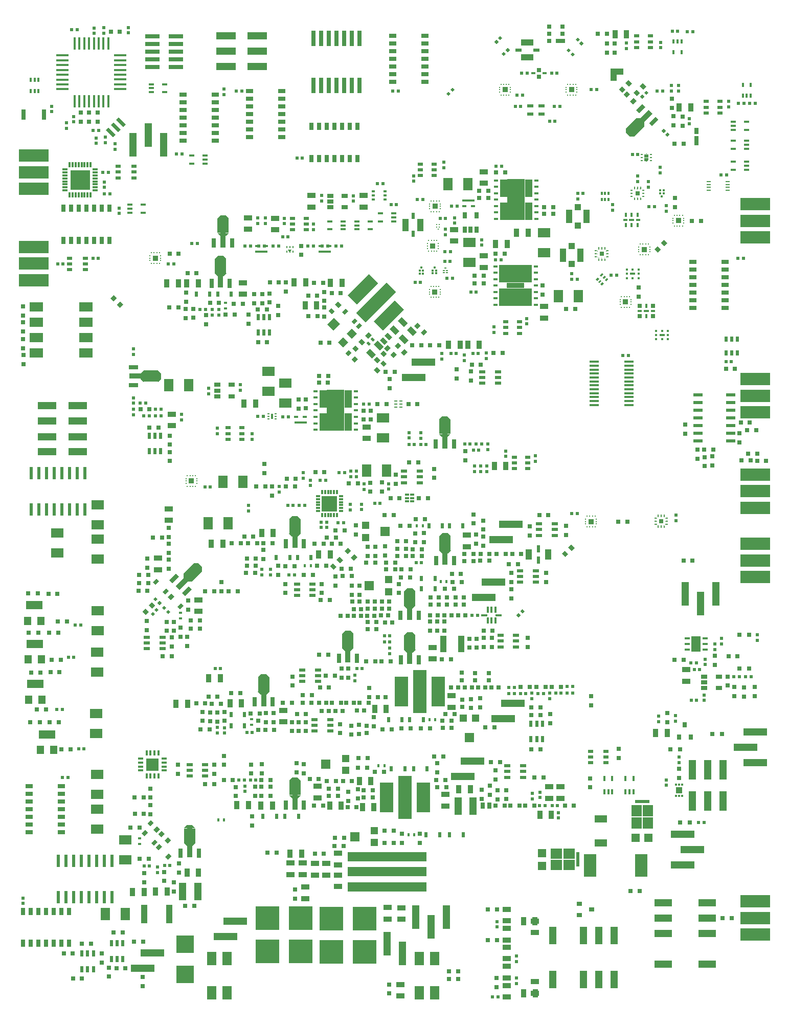
<source format=gtp>
G04 #@! TF.FileFunction,Paste,Top*
%FSLAX46Y46*%
G04 Gerber Fmt 4.6, Leading zero omitted, Abs format (unit mm)*
G04 Created by KiCad (PCBNEW 4.0.7) date Fri May 21 10:28:59 2021*
%MOMM*%
%LPD*%
G01*
G04 APERTURE LIST*
%ADD10C,0.150000*%
%ADD11R,0.702000X0.802000*%
%ADD12R,2.402000X0.742000*%
%ADD13R,0.702000X0.702000*%
%ADD14R,0.442000X0.202000*%
%ADD15R,0.202000X0.442000*%
%ADD16R,1.907000X2.427700*%
%ADD17R,0.713200X1.500600*%
%ADD18R,0.916400X5.336000*%
%ADD19R,2.162000X4.912000*%
%ADD20R,2.262000X7.112000*%
%ADD21R,0.497300X0.497300*%
%ADD22R,0.302000X0.212000*%
%ADD23R,2.002000X3.752000*%
%ADD24R,13.002000X1.502000*%
%ADD25R,1.502000X1.602000*%
%ADD26R,1.202000X1.202000*%
%ADD27R,0.612000X1.247000*%
%ADD28R,1.042000X1.802000*%
%ADD29R,0.452000X0.552000*%
%ADD30R,1.102000X0.602000*%
%ADD31R,0.552000X0.452000*%
%ADD32R,3.202000X1.272000*%
%ADD33R,3.202400X1.272000*%
%ADD34R,1.272000X3.202000*%
%ADD35R,1.272000X3.202400*%
%ADD36R,0.902000X0.902000*%
%ADD37R,0.282000X0.202000*%
%ADD38R,0.202000X0.282000*%
%ADD39R,1.526000X2.034000*%
%ADD40R,2.034000X1.526000*%
%ADD41R,0.802000X1.602000*%
%ADD42R,0.799560X0.799560*%
%ADD43R,4.002000X1.202000*%
%ADD44R,1.202000X4.002000*%
%ADD45R,5.002000X2.002000*%
%ADD46R,1.002000X0.702000*%
%ADD47R,0.602000X2.002000*%
%ADD48R,0.602000X1.102000*%
%ADD49R,1.401540X0.901160*%
%ADD50R,0.901160X1.401540*%
%ADD51R,0.802000X0.702000*%
%ADD52R,0.451580X2.000980*%
%ADD53R,2.000980X0.451580*%
%ADD54R,0.602000X0.952000*%
%ADD55R,1.552000X0.602000*%
%ADD56R,0.952000X0.602000*%
%ADD57R,0.502000X0.402000*%
%ADD58R,0.652000X0.352000*%
%ADD59R,0.552000X0.252000*%
%ADD60R,0.902000X0.602000*%
%ADD61R,3.002000X3.002000*%
%ADD62R,2.002000X1.052000*%
%ADD63R,0.652000X0.302000*%
%ADD64R,0.700500X0.799560*%
%ADD65R,0.799560X0.700500*%
%ADD66R,1.002000X0.352000*%
%ADD67R,0.352000X1.002000*%
%ADD68R,0.702000X0.402000*%
%ADD69R,2.102000X0.402000*%
%ADD70R,0.802000X0.652000*%
%ADD71R,1.552000X0.652000*%
%ADD72R,0.552000X0.152000*%
%ADD73R,0.702000X0.452000*%
%ADD74R,0.202000X0.052000*%
%ADD75R,0.352000X0.252000*%
%ADD76R,0.702000X0.602000*%
%ADD77R,1.142000X3.052000*%
%ADD78R,1.002000X2.802000*%
%ADD79R,1.002000X2.202000*%
%ADD80R,1.002000X1.002000*%
%ADD81R,0.700500X1.052000*%
%ADD82R,1.602000X1.502000*%
%ADD83R,0.802000X0.902000*%
%ADD84R,1.602000X2.502000*%
%ADD85R,0.902000X0.452000*%
%ADD86R,2.162000X1.522000*%
%ADD87R,0.702000X1.002000*%
%ADD88R,1.502000X2.222000*%
%ADD89R,0.952000X0.302000*%
%ADD90R,0.302000X0.952000*%
%ADD91R,2.152000X2.152000*%
%ADD92R,1.202000X3.002000*%
%ADD93R,0.902000X0.802000*%
%ADD94R,3.002000X1.202000*%
%ADD95R,0.302000X0.662000*%
%ADD96R,0.802000X1.102000*%
%ADD97R,0.802000X1.502000*%
%ADD98R,2.102000X1.002000*%
%ADD99R,1.002000X2.102000*%
%ADD100R,0.802000X1.702000*%
%ADD101R,0.852000X0.352000*%
%ADD102R,0.352000X0.852000*%
%ADD103R,4.002000X4.002000*%
%ADD104R,3.152000X1.202000*%
%ADD105R,1.222000X2.992000*%
%ADD106R,0.402000X0.402000*%
%ADD107R,0.902000X0.402000*%
%ADD108R,0.402000X0.732000*%
%ADD109R,0.732000X0.402000*%
%ADD110R,0.732000X0.732000*%
%ADD111R,0.677000X0.402000*%
%ADD112R,0.402000X0.677000*%
%ADD113R,1.277000X2.957000*%
%ADD114R,2.902000X6.802000*%
%ADD115R,0.302000X0.502000*%
%ADD116R,5.452000X2.957000*%
%ADD117R,2.902000X0.892000*%
%ADD118R,1.182000X0.702000*%
%ADD119R,0.402000X0.702000*%
%ADD120R,1.002000X0.542000*%
%ADD121R,1.502000X0.452000*%
%ADD122R,0.702000X1.182000*%
%ADD123R,0.252000X0.202000*%
%ADD124R,0.802000X2.502000*%
%ADD125R,0.302000X0.852000*%
%ADD126R,0.852000X0.302000*%
%ADD127R,3.202000X3.202000*%
%ADD128R,1.402000X1.342000*%
%ADD129R,1.902000X1.702000*%
%ADD130R,0.602000X2.402000*%
%ADD131R,2.102000X1.272000*%
%ADD132R,1.342000X1.402000*%
%ADD133R,1.702000X1.902000*%
%ADD134R,2.402000X0.602000*%
%ADD135R,0.632000X0.832000*%
%ADD136R,1.092000X0.992000*%
%ADD137R,0.312000X0.422000*%
%ADD138R,0.417000X0.312000*%
%ADD139R,0.392000X0.312000*%
%ADD140R,0.433000X0.328000*%
%ADD141R,0.408000X0.328000*%
%ADD142R,0.432000X0.942000*%
%ADD143R,0.342000X0.242000*%
%ADD144R,0.342000X0.232000*%
%ADD145R,2.427700X1.907000*%
%ADD146R,1.500600X0.713200*%
%ADD147R,5.336000X0.916400*%
%ADD148R,1.052000X2.002000*%
%ADD149R,1.202000X1.402000*%
%ADD150R,2.802000X1.402000*%
%ADD151R,0.752000X0.252000*%
%ADD152R,0.252000X0.402000*%
%ADD153R,0.242000X0.402000*%
%ADD154R,0.302000X0.702000*%
%ADD155R,0.702000X0.302000*%
%ADD156R,2.602000X2.602000*%
G04 APERTURE END LIST*
D10*
D11*
X126090000Y-126270000D03*
X124590000Y-126270000D03*
X129330000Y-125180000D03*
X130830000Y-125180000D03*
D12*
X102388780Y-58053980D03*
X106263780Y-58053980D03*
X102363780Y-55513980D03*
X106263780Y-55513980D03*
X106263780Y-56783980D03*
X102363780Y-56783980D03*
X102363780Y-54243980D03*
X106263780Y-54243980D03*
X106263780Y-52973980D03*
X102363780Y-52973980D03*
D10*
G36*
X176028220Y-88902740D02*
X176070220Y-88952740D01*
X176070220Y-89054740D01*
X176028220Y-89104740D01*
X176028220Y-88902740D01*
X176028220Y-88902740D01*
G37*
G36*
X176870220Y-88262740D02*
X176820220Y-88304740D01*
X176718220Y-88304740D01*
X176668220Y-88262740D01*
X176870220Y-88262740D01*
X176870220Y-88262740D01*
G37*
G36*
X177510220Y-89104740D02*
X177468220Y-89054740D01*
X177468220Y-88952740D01*
X177510220Y-88902740D01*
X177510220Y-89104740D01*
X177510220Y-89104740D01*
G37*
G36*
X176668220Y-89744740D02*
X176718220Y-89702740D01*
X176820220Y-89702740D01*
X176870220Y-89744740D01*
X176668220Y-89744740D01*
X176668220Y-89744740D01*
G37*
G36*
X176028220Y-89402740D02*
X176070220Y-89452740D01*
X176070220Y-89554740D01*
X176028220Y-89604740D01*
X176028220Y-89402740D01*
X176028220Y-89402740D01*
G37*
G36*
X176028220Y-88402740D02*
X176070220Y-88452740D01*
X176070220Y-88554740D01*
X176028220Y-88604740D01*
X176028220Y-88402740D01*
X176028220Y-88402740D01*
G37*
G36*
X176370220Y-88262740D02*
X176320220Y-88304740D01*
X176218220Y-88304740D01*
X176168220Y-88262740D01*
X176370220Y-88262740D01*
X176370220Y-88262740D01*
G37*
G36*
X177370220Y-88262740D02*
X177320220Y-88304740D01*
X177218220Y-88304740D01*
X177168220Y-88262740D01*
X177370220Y-88262740D01*
X177370220Y-88262740D01*
G37*
G36*
X177510220Y-88604740D02*
X177468220Y-88554740D01*
X177468220Y-88452740D01*
X177510220Y-88402740D01*
X177510220Y-88604740D01*
X177510220Y-88604740D01*
G37*
G36*
X177510220Y-89604740D02*
X177468220Y-89554740D01*
X177468220Y-89452740D01*
X177510220Y-89402740D01*
X177510220Y-89604740D01*
X177510220Y-89604740D01*
G37*
G36*
X177168220Y-89744740D02*
X177218220Y-89702740D01*
X177320220Y-89702740D01*
X177370220Y-89744740D01*
X177168220Y-89744740D01*
X177168220Y-89744740D01*
G37*
D13*
X176769220Y-89003740D03*
D14*
X177729220Y-89503740D03*
X177729220Y-89003740D03*
X177729220Y-88503740D03*
D15*
X176269220Y-88043740D03*
X176769220Y-88043740D03*
X177269220Y-88043740D03*
X177269220Y-89963740D03*
X176269220Y-89963740D03*
X176769220Y-89963740D03*
D14*
X175809220Y-89503740D03*
X175809220Y-88503740D03*
X175809220Y-89003740D03*
D10*
G36*
X176168220Y-89744740D02*
X176218220Y-89702740D01*
X176320220Y-89702740D01*
X176370220Y-89744740D01*
X176168220Y-89744740D01*
X176168220Y-89744740D01*
G37*
G36*
X182444918Y-66521150D02*
X183146792Y-66519736D01*
X183794784Y-67167728D01*
X183793370Y-67869602D01*
X182444918Y-66521150D01*
X182444918Y-66521150D01*
G37*
G36*
X183794785Y-67868188D02*
X182078142Y-69584831D01*
X180729689Y-68236378D01*
X182446332Y-66519735D01*
X183794785Y-67868188D01*
X183794785Y-67868188D01*
G37*
G36*
X184019291Y-64680197D02*
X182958207Y-65741281D01*
X182453899Y-65236973D01*
X183514983Y-64175889D01*
X184019291Y-64680197D01*
X184019291Y-64680197D01*
G37*
G36*
X185150803Y-65811709D02*
X181377681Y-69584831D01*
X180729689Y-68936839D01*
X184502811Y-65163717D01*
X185150803Y-65811709D01*
X185150803Y-65811709D01*
G37*
G36*
X186138631Y-66799537D02*
X185077547Y-67860621D01*
X184573239Y-67356313D01*
X185634323Y-66295229D01*
X186138631Y-66799537D01*
X186138631Y-66799537D01*
G37*
G36*
X182079555Y-69583417D02*
X181377681Y-69584831D01*
X180729689Y-68936839D01*
X180731103Y-68234965D01*
X182079555Y-69583417D01*
X182079555Y-69583417D01*
G37*
G36*
X145925320Y-154551600D02*
X145430020Y-155048900D01*
X144513620Y-155048900D01*
X144018320Y-154551600D01*
X145925320Y-154551600D01*
X145925320Y-154551600D01*
G37*
D16*
X144971820Y-153339750D03*
D17*
X146470420Y-156216300D03*
D18*
X144971820Y-154298600D03*
D17*
X143473220Y-156216300D03*
D10*
G36*
X144018320Y-152127900D02*
X144513620Y-151630600D01*
X145430020Y-151630600D01*
X145925320Y-152127900D01*
X144018320Y-152127900D01*
X144018320Y-152127900D01*
G37*
D19*
X141171660Y-179012820D03*
X147271660Y-179012820D03*
D20*
X144221660Y-179012820D03*
D21*
X133647180Y-87701120D03*
X132748020Y-87701120D03*
D22*
X150891700Y-91352020D03*
X150641700Y-92152020D03*
X151141700Y-92152020D03*
X151141700Y-91752020D03*
X150641700Y-91752020D03*
D10*
G36*
X151728360Y-118837580D02*
X151233060Y-119334880D01*
X150316660Y-119334880D01*
X149821360Y-118837580D01*
X151728360Y-118837580D01*
X151728360Y-118837580D01*
G37*
D16*
X150774860Y-117625730D03*
D17*
X152273460Y-120502280D03*
D18*
X150774860Y-118584580D03*
D17*
X149276260Y-120502280D03*
D10*
G36*
X149821360Y-116413880D02*
X150316660Y-115916580D01*
X151233060Y-115916580D01*
X151728360Y-116413880D01*
X149821360Y-116413880D01*
X149821360Y-116413880D01*
G37*
D23*
X174794600Y-190271400D03*
X183294600Y-190271400D03*
D24*
X141242680Y-191301100D03*
X141242680Y-188801100D03*
X141242680Y-193801100D03*
D25*
X135862860Y-185478020D03*
D26*
X139112860Y-186478020D03*
X139112860Y-184478020D03*
D27*
X166279820Y-139673320D03*
X166279820Y-137818320D03*
D28*
X164654820Y-138745820D03*
X167904820Y-138745820D03*
D29*
X128573940Y-140655940D03*
X127623940Y-140655940D03*
D30*
X128898940Y-143655940D03*
X128898940Y-144605940D03*
X128898940Y-145555940D03*
X126298940Y-145555940D03*
X126298940Y-144605940D03*
X126298940Y-143655940D03*
D31*
X118748940Y-166030940D03*
X118748940Y-166980940D03*
D10*
G36*
X108884070Y-143269262D02*
X108182196Y-143270676D01*
X107534204Y-142622684D01*
X107535618Y-141920810D01*
X108884070Y-143269262D01*
X108884070Y-143269262D01*
G37*
G36*
X107534204Y-141922223D02*
X109250847Y-140205580D01*
X110599300Y-141554033D01*
X108882657Y-143270676D01*
X107534204Y-141922223D01*
X107534204Y-141922223D01*
G37*
G36*
X107309698Y-145110214D02*
X108370782Y-144049130D01*
X108875090Y-144553438D01*
X107814006Y-145614522D01*
X107309698Y-145110214D01*
X107309698Y-145110214D01*
G37*
G36*
X106178186Y-143978702D02*
X109951308Y-140205580D01*
X110599300Y-140853572D01*
X106826178Y-144626694D01*
X106178186Y-143978702D01*
X106178186Y-143978702D01*
G37*
G36*
X105190358Y-142990874D02*
X106251442Y-141929790D01*
X106755750Y-142434098D01*
X105694666Y-143495182D01*
X105190358Y-142990874D01*
X105190358Y-142990874D01*
G37*
G36*
X109249433Y-140206995D02*
X109951307Y-140205581D01*
X110599299Y-140853573D01*
X110597885Y-141555447D01*
X109249433Y-140206995D01*
X109249433Y-140206995D01*
G37*
D32*
X114543820Y-52914980D03*
X114543820Y-55489980D03*
X114543820Y-58029980D03*
D33*
X119693820Y-52914980D03*
D32*
X119693820Y-55489980D03*
X119693820Y-58029980D03*
D34*
X196859380Y-174440980D03*
X194284380Y-174440980D03*
X191744380Y-174440980D03*
D35*
X196859380Y-179590980D03*
D34*
X194284380Y-179590980D03*
X191744380Y-179590980D03*
D25*
X138248940Y-143955940D03*
D26*
X141498940Y-144955940D03*
X141498940Y-142955940D03*
D36*
X183807280Y-88272520D03*
D37*
X184702280Y-88672520D03*
X184702280Y-87872520D03*
X184702280Y-88272520D03*
D38*
X183132280Y-89167520D03*
X183582280Y-89167520D03*
X184032280Y-89167520D03*
X184482280Y-89167520D03*
X183132280Y-87377520D03*
X183582280Y-87377520D03*
X184032280Y-87377520D03*
D37*
X182912280Y-87872520D03*
X182912280Y-88672520D03*
X182912280Y-88272520D03*
D38*
X184482280Y-87377520D03*
D39*
X154584860Y-77472140D03*
X151282860Y-77472140D03*
D40*
X167239140Y-85549340D03*
X167239140Y-88851340D03*
X154813460Y-90421060D03*
X154813460Y-87119060D03*
D39*
X169621200Y-95986600D03*
X172923200Y-95986600D03*
D40*
X124403780Y-113674980D03*
X124403780Y-110372980D03*
X140548940Y-116154940D03*
X140548940Y-119456940D03*
D29*
X148273940Y-166155940D03*
X149223940Y-166155940D03*
D10*
G36*
X144004760Y-144846640D02*
X144500060Y-144349340D01*
X145416460Y-144349340D01*
X145911760Y-144846640D01*
X144004760Y-144846640D01*
X144004760Y-144846640D01*
G37*
D16*
X144958260Y-146058490D03*
D10*
G36*
X145911760Y-147270340D02*
X145416460Y-147767640D01*
X144500060Y-147767640D01*
X144004760Y-147270340D01*
X145911760Y-147270340D01*
X145911760Y-147270340D01*
G37*
D41*
X146458260Y-148884340D03*
D18*
X144958260Y-147017340D03*
D41*
X143458260Y-148884340D03*
D29*
X150073940Y-143255940D03*
X151023940Y-143255940D03*
D10*
G36*
X151766960Y-138108680D02*
X151271660Y-138605980D01*
X150355260Y-138605980D01*
X149859960Y-138108680D01*
X151766960Y-138108680D01*
X151766960Y-138108680D01*
G37*
D16*
X150813460Y-136896830D03*
D17*
X152312060Y-139773380D03*
D18*
X150813460Y-137855680D03*
D17*
X149314860Y-139773380D03*
D10*
G36*
X149859960Y-135684980D02*
X150355260Y-135187680D01*
X151271660Y-135187680D01*
X151766960Y-135684980D01*
X149859960Y-135684980D01*
X149859960Y-135684980D01*
G37*
D31*
X114498940Y-97080940D03*
X114498940Y-98030940D03*
D10*
G36*
X114603720Y-92218380D02*
X114108420Y-92715680D01*
X113192020Y-92715680D01*
X112696720Y-92218380D01*
X114603720Y-92218380D01*
X114603720Y-92218380D01*
G37*
D16*
X113650220Y-91006530D03*
D17*
X115148820Y-93883080D03*
D18*
X113650220Y-91965380D03*
D17*
X112151620Y-93883080D03*
D10*
G36*
X112696720Y-89794680D02*
X113192020Y-89297380D01*
X114108420Y-89297380D01*
X114603720Y-89794680D01*
X112696720Y-89794680D01*
X112696720Y-89794680D01*
G37*
D29*
X140764740Y-173737240D03*
X139814740Y-173737240D03*
D42*
X81820440Y-145228180D03*
X83420640Y-145228180D03*
D43*
X200545580Y-170678680D03*
X202145580Y-173218680D03*
X202145580Y-168138680D03*
D44*
X193125780Y-146866380D03*
X195665780Y-145266380D03*
X190585780Y-145266380D03*
D43*
X191756980Y-187597620D03*
X190156980Y-185057620D03*
X190156980Y-190137620D03*
D45*
X82753780Y-93373980D03*
X82753780Y-87873980D03*
X82753780Y-90623980D03*
X82743780Y-78253980D03*
X82743780Y-72753980D03*
X82743780Y-75503980D03*
X202153780Y-196193980D03*
X202153780Y-201693980D03*
X202153780Y-198943980D03*
X202153780Y-137003980D03*
X202153780Y-142503980D03*
X202153780Y-139753980D03*
X202173260Y-125551620D03*
X202173260Y-131051620D03*
X202173260Y-128301620D03*
X202158700Y-109766640D03*
X202158700Y-115266640D03*
X202158700Y-112516640D03*
X202142780Y-80781580D03*
X202142780Y-86281580D03*
X202142780Y-83531580D03*
D46*
X115483780Y-110683980D03*
X115483780Y-112583980D03*
X113083780Y-112583980D03*
X113083780Y-110683980D03*
X113083780Y-111633980D03*
D47*
X86748780Y-189453980D03*
X88018780Y-189453980D03*
X89288780Y-189453980D03*
X90558780Y-189453980D03*
X91828780Y-189453980D03*
X93098780Y-189453980D03*
X94368780Y-189453980D03*
X95638780Y-189453980D03*
X86748780Y-195453980D03*
X88018780Y-195453980D03*
X89288780Y-195453980D03*
X90558780Y-195453980D03*
X91828780Y-195453980D03*
X93098780Y-195453980D03*
X94368780Y-195453980D03*
X95638780Y-195453980D03*
D48*
X90699200Y-204797520D03*
X91649200Y-204797520D03*
X92599200Y-204797520D03*
X92599200Y-207397520D03*
X91649200Y-207397520D03*
X90699200Y-207397520D03*
D49*
X165733780Y-209501480D03*
X165733780Y-211406480D03*
X165733780Y-199471480D03*
X165733780Y-201376480D03*
X161033780Y-197521480D03*
X161033780Y-199426480D03*
X161063780Y-200661480D03*
X161063780Y-202566480D03*
X161033780Y-203791480D03*
X161033780Y-205696480D03*
X161033780Y-206951480D03*
X161033780Y-208856480D03*
X161043780Y-210101480D03*
X161043780Y-212006480D03*
D11*
X159403780Y-197493980D03*
X157903780Y-197493980D03*
D21*
X159403780Y-199534400D03*
X159403780Y-200433560D03*
X162613780Y-205244400D03*
X162613780Y-206143560D03*
X162603780Y-208884400D03*
X162603780Y-209783560D03*
X159603360Y-212003980D03*
X158704200Y-212003980D03*
D50*
X163831280Y-211403980D03*
X165736280Y-211403980D03*
X165726280Y-199473980D03*
X163821280Y-199473980D03*
D11*
X159403780Y-202573980D03*
X157903780Y-202573980D03*
D51*
X159323780Y-208863980D03*
X159323780Y-210363980D03*
D52*
X95070000Y-63749820D03*
X94269900Y-63749820D03*
X93469800Y-63749820D03*
X92669700Y-63749820D03*
X91869600Y-63749820D03*
X91069500Y-63749820D03*
X90269400Y-63749820D03*
X89469300Y-63749820D03*
X89474380Y-54184180D03*
X95087780Y-54184180D03*
X94274980Y-54184180D03*
X93462180Y-54184180D03*
X92674780Y-54184180D03*
X91861980Y-54184180D03*
X91074580Y-54184180D03*
X90261780Y-54184180D03*
D53*
X87467780Y-61758460D03*
X87467780Y-60960900D03*
X87467780Y-60158260D03*
X87467780Y-59360700D03*
X87467780Y-58558060D03*
X87467780Y-57760500D03*
X87467780Y-56957860D03*
X87467780Y-56160300D03*
X97068980Y-61753380D03*
X97068980Y-60965980D03*
X97068980Y-60153180D03*
X97068980Y-59365780D03*
X97068980Y-58578380D03*
X97068980Y-57765580D03*
X97068980Y-56952780D03*
X97068980Y-56139980D03*
D50*
X119456280Y-113833980D03*
X117551280Y-113833980D03*
D49*
X137848780Y-117681480D03*
X137848780Y-119586480D03*
D11*
X199260580Y-155591380D03*
X197760580Y-155591380D03*
D21*
X192463160Y-162866980D03*
X191564000Y-162866980D03*
D54*
X199237740Y-105376480D03*
X198287740Y-105376480D03*
X197337740Y-105376480D03*
X197337740Y-103126480D03*
X199237740Y-103126480D03*
X198287740Y-103126480D03*
D55*
X192709920Y-112366780D03*
X192709920Y-113636780D03*
X192709920Y-114906780D03*
X192709920Y-119986780D03*
X192709920Y-118716780D03*
X192709920Y-117446780D03*
X192709920Y-116176780D03*
X198109920Y-112366780D03*
X198109920Y-113636780D03*
X198109920Y-114906780D03*
X198109920Y-119986780D03*
X198109920Y-118716780D03*
X198109920Y-117446780D03*
X198109920Y-116176780D03*
D56*
X117173780Y-117808980D03*
X117173780Y-118758980D03*
X117173780Y-119708980D03*
X114923780Y-119708980D03*
X114923780Y-117808980D03*
X114923780Y-118758980D03*
D51*
X189572680Y-174272080D03*
X189572680Y-175772080D03*
D10*
G36*
X142486866Y-104260965D02*
X143053965Y-103693866D01*
X143550354Y-104190255D01*
X142983255Y-104757354D01*
X142486866Y-104260965D01*
X142486866Y-104260965D01*
G37*
G36*
X143547526Y-105321625D02*
X144114625Y-104754526D01*
X144611014Y-105250915D01*
X144043915Y-105818014D01*
X143547526Y-105321625D01*
X143547526Y-105321625D01*
G37*
D11*
X133548940Y-95505940D03*
X132048940Y-95505940D03*
X130598940Y-93805940D03*
X129098940Y-93805940D03*
D57*
X138956040Y-78693800D03*
X138956040Y-79343800D03*
X138956040Y-79993800D03*
X140856040Y-79993800D03*
X140856040Y-79343800D03*
X140856040Y-78693800D03*
D10*
G36*
X109480540Y-186513340D02*
X108985240Y-187010640D01*
X108068840Y-187010640D01*
X107573540Y-186513340D01*
X109480540Y-186513340D01*
X109480540Y-186513340D01*
G37*
D16*
X108527040Y-185301490D03*
D17*
X110025640Y-188178040D03*
D18*
X108527040Y-186260340D03*
D17*
X107028440Y-188178040D03*
D10*
G36*
X107573540Y-184089640D02*
X108068840Y-183592340D01*
X108985240Y-183592340D01*
X109480540Y-184089640D01*
X107573540Y-184089640D01*
X107573540Y-184089640D01*
G37*
D58*
X145390000Y-129980000D03*
X145390000Y-129430000D03*
X145390000Y-128880000D03*
X144490000Y-129980000D03*
X144490000Y-128880000D03*
X144490000Y-129430000D03*
D59*
X143498980Y-114406220D03*
X143498980Y-113906220D03*
X143498980Y-113406220D03*
X142698980Y-114406220D03*
X142698980Y-113406220D03*
X142698980Y-113906220D03*
D30*
X129789780Y-157883200D03*
X129789780Y-158833200D03*
X129789780Y-159783200D03*
X127189780Y-159783200D03*
X127189780Y-158833200D03*
X127189780Y-157883200D03*
X166398940Y-135605940D03*
X166398940Y-134655940D03*
X166398940Y-133705940D03*
X168998940Y-133705940D03*
X168998940Y-134655940D03*
X168998940Y-135605940D03*
D46*
X134209940Y-79392020D03*
X134209940Y-81292020D03*
X131809940Y-81292020D03*
X131809940Y-79392020D03*
X131809940Y-80342020D03*
D30*
X144054300Y-126874040D03*
X144054300Y-125924040D03*
X144054300Y-124974040D03*
X146654300Y-124974040D03*
X146654300Y-125924040D03*
X146654300Y-126874040D03*
D60*
X99308900Y-74525700D03*
X99308900Y-75475700D03*
X99308900Y-76425700D03*
X96708900Y-74525700D03*
X96708900Y-75475700D03*
X96708900Y-76425700D03*
X91285040Y-89719980D03*
X91285040Y-90669980D03*
X91285040Y-91619980D03*
X88685040Y-89719980D03*
X88685040Y-90669980D03*
X88685040Y-91619980D03*
D21*
X145733540Y-120562100D03*
X144834380Y-120562100D03*
D11*
X140804660Y-184462020D03*
X142304660Y-184462020D03*
X142304660Y-186504180D03*
X140804660Y-186504180D03*
X146998940Y-139005940D03*
X145498940Y-139005940D03*
D21*
X156896840Y-120483360D03*
X155997680Y-120483360D03*
D11*
X109264340Y-196953740D03*
X107764340Y-196953740D03*
D50*
X108107940Y-191441940D03*
X110012940Y-191441940D03*
D11*
X99445840Y-181726440D03*
X100945840Y-181726440D03*
D51*
X102037340Y-180252540D03*
X102037340Y-181752540D03*
D11*
X99433140Y-178995940D03*
X100933140Y-178995940D03*
D21*
X137349360Y-113855940D03*
X138248520Y-113855940D03*
X141667280Y-155167280D03*
X141667280Y-154268120D03*
X141672360Y-152205200D03*
X140773200Y-152205200D03*
X141672360Y-153257200D03*
X140773200Y-153257200D03*
X123916900Y-86166560D03*
X124816060Y-86166560D03*
X142770860Y-80873600D03*
X141871700Y-80873600D03*
X171813220Y-93202760D03*
X172712380Y-93202760D03*
X155969160Y-95313100D03*
X155070000Y-95313100D03*
X178571580Y-80872200D03*
X178571580Y-81771360D03*
X171805600Y-92290900D03*
X171805600Y-93190060D03*
X172783500Y-79014320D03*
X173682660Y-79014320D03*
X152808940Y-81150460D03*
X151909780Y-81150460D03*
X172786040Y-79910940D03*
X172786040Y-79011780D03*
X150914100Y-83111340D03*
X150014940Y-83111340D03*
X152052480Y-93088060D03*
X151153320Y-93088060D03*
X150876000Y-84924900D03*
X150876000Y-85824060D03*
X151661320Y-90288980D03*
X150762160Y-90288980D03*
D11*
X158190620Y-138654380D03*
X156690620Y-138654380D03*
X146998940Y-137905940D03*
X145498940Y-137905940D03*
D51*
X137998940Y-139005940D03*
X137998940Y-137505940D03*
D11*
X139253780Y-140083980D03*
X137753780Y-140083980D03*
D21*
X99243540Y-113732920D03*
X99243540Y-112833760D03*
D51*
X154163220Y-123175060D03*
X154163220Y-121675060D03*
D11*
X164862540Y-160726460D03*
X163362540Y-160726460D03*
D21*
X150807880Y-88622740D03*
X151707040Y-88622740D03*
D11*
X160834760Y-138646760D03*
X159334760Y-138646760D03*
X156675380Y-139805000D03*
X158175380Y-139805000D03*
X154038860Y-138646760D03*
X155538860Y-138646760D03*
X154046480Y-139835480D03*
X155546480Y-139835480D03*
D21*
X146935760Y-140162000D03*
X146036600Y-140162000D03*
D11*
X145103780Y-141183980D03*
X143603780Y-141183980D03*
X142572740Y-140085800D03*
X141072740Y-140085800D03*
D51*
X139248940Y-137505940D03*
X139248940Y-139005940D03*
D10*
G36*
X136311014Y-139200915D02*
X135743915Y-139768014D01*
X135247526Y-139271625D01*
X135814625Y-138704526D01*
X136311014Y-139200915D01*
X136311014Y-139200915D01*
G37*
G36*
X135250354Y-138140255D02*
X134683255Y-138707354D01*
X134186866Y-138210965D01*
X134753965Y-137643866D01*
X135250354Y-138140255D01*
X135250354Y-138140255D01*
G37*
D21*
X154976600Y-120483360D03*
X154077440Y-120483360D03*
X155680000Y-125039580D03*
X155680000Y-124140420D03*
X147684260Y-120562100D03*
X146785100Y-120562100D03*
D51*
X138498940Y-114955940D03*
X138498940Y-116455940D03*
X137298940Y-114955940D03*
X137298940Y-116455940D03*
D11*
X129948700Y-109217380D03*
X131448700Y-109217380D03*
X129923300Y-110340060D03*
X131423300Y-110340060D03*
D51*
X127792940Y-114590180D03*
X127792940Y-113090180D03*
X126553420Y-114605420D03*
X126553420Y-113105420D03*
D40*
X121548580Y-111789080D03*
X121548580Y-108487080D03*
D21*
X116963780Y-110674400D03*
X116963780Y-111573560D03*
X99228300Y-114754000D03*
X99228300Y-115653160D03*
X124231860Y-83113480D03*
X124231860Y-84012640D03*
X129073100Y-84104080D03*
X129073100Y-85003240D03*
X164332340Y-100597840D03*
X164332340Y-99698680D03*
D49*
X152338460Y-85002240D03*
X152338460Y-86907240D03*
D21*
X145844200Y-93703980D03*
X146743360Y-93703980D03*
X150627540Y-74741640D03*
X150627540Y-73842480D03*
X145627780Y-76097000D03*
X145627780Y-76996160D03*
X147149240Y-80036540D03*
X146250080Y-80036540D03*
X100343360Y-113694820D03*
X101242520Y-113694820D03*
X99248620Y-104746400D03*
X99248620Y-105645560D03*
X104981200Y-90687760D03*
X105880360Y-90687760D03*
X162771280Y-62757920D03*
X163670440Y-62757920D03*
D11*
X139277260Y-156437980D03*
X137777260Y-156437980D03*
D51*
X133719040Y-157679340D03*
X133719040Y-159179340D03*
D11*
X131448940Y-155355940D03*
X129948940Y-155355940D03*
D49*
X141283780Y-199136480D03*
X141283780Y-197231480D03*
X143603780Y-199176480D03*
X143603780Y-197271480D03*
X143393780Y-211846480D03*
X143393780Y-209941480D03*
D61*
X107783780Y-203313980D03*
X107783780Y-208313980D03*
D11*
X151815280Y-156114700D03*
X150315280Y-156114700D03*
D49*
X137292380Y-79353960D03*
X137292380Y-81258960D03*
D11*
X141812760Y-156424580D03*
X140312760Y-156424580D03*
D21*
X117696440Y-87723580D03*
X118595600Y-87723580D03*
X119771620Y-83057600D03*
X119771620Y-83956760D03*
X121051780Y-83057600D03*
X121051780Y-83956760D03*
X111051800Y-127601580D03*
X111950960Y-127601580D03*
X108887720Y-87291780D03*
X109786880Y-87291780D03*
X135646460Y-79379360D03*
X135646460Y-80278520D03*
X130419140Y-79374280D03*
X130419140Y-80273440D03*
D49*
X128691940Y-79359040D03*
X128691940Y-81264040D03*
D51*
X167005000Y-94251080D03*
X167005000Y-95751080D03*
D11*
X170892460Y-98116260D03*
X172392460Y-98116260D03*
X159184100Y-88958020D03*
X160684100Y-88958020D03*
D21*
X159164480Y-89999420D03*
X160063640Y-89999420D03*
D11*
X157224620Y-92590220D03*
X155724620Y-92590220D03*
X157209380Y-93900860D03*
X155709380Y-93900860D03*
X167240980Y-82379420D03*
X168740980Y-82379420D03*
X167246060Y-81251660D03*
X168746060Y-81251660D03*
X159290780Y-75562060D03*
X160790780Y-75562060D03*
D21*
X159291480Y-74474940D03*
X160190640Y-74474940D03*
D11*
X157951060Y-78584660D03*
X156451060Y-78584660D03*
X157951060Y-79788620D03*
X156451060Y-79788620D03*
D21*
X189337140Y-52178820D03*
X188437980Y-52178820D03*
X191836500Y-52209300D03*
X190937340Y-52209300D03*
D10*
G36*
X182578525Y-62882734D02*
X182011426Y-62315635D01*
X182507815Y-61819246D01*
X183074914Y-62386345D01*
X182578525Y-62882734D01*
X182578525Y-62882734D01*
G37*
G36*
X183639185Y-61822074D02*
X183072086Y-61254975D01*
X183568475Y-60758586D01*
X184135574Y-61325685D01*
X183639185Y-61822074D01*
X183639185Y-61822074D01*
G37*
D62*
X164460380Y-54034840D03*
D30*
X162960380Y-55259840D03*
D62*
X164460380Y-56484840D03*
D30*
X165960380Y-55259840D03*
D63*
X165440780Y-59125720D03*
D51*
X166390780Y-59675720D03*
D63*
X167340780Y-59125720D03*
D51*
X166390780Y-58575720D03*
D50*
X153096440Y-177605940D03*
X155001440Y-177605940D03*
X138518720Y-176268760D03*
X136613720Y-176268760D03*
D21*
X113377980Y-98211560D03*
X113377980Y-99110720D03*
X117599920Y-176099440D03*
X116700760Y-176099440D03*
D64*
X131130600Y-163360100D03*
X129930600Y-163360100D03*
X131579040Y-164669840D03*
X130379040Y-164669840D03*
X133852340Y-164644440D03*
X132652340Y-164644440D03*
X136233740Y-164580940D03*
X137433740Y-164580940D03*
X140938940Y-162396540D03*
X139738940Y-162396540D03*
D65*
X153598940Y-158355940D03*
X153598940Y-159555940D03*
X155798940Y-159605940D03*
X155798940Y-158405940D03*
D64*
X157478620Y-160751860D03*
X156278620Y-160751860D03*
X159693500Y-160751860D03*
X158493500Y-160751860D03*
X149566380Y-148841060D03*
X148366380Y-148841060D03*
X154198940Y-148805940D03*
X152998940Y-148805940D03*
X135689900Y-163360100D03*
X134489900Y-163360100D03*
X153013300Y-160756940D03*
X151813300Y-160756940D03*
X155253580Y-160756940D03*
X154053580Y-160756940D03*
D65*
X158098940Y-159605940D03*
X158098940Y-158405940D03*
D64*
X151887940Y-148815660D03*
X150687940Y-148815660D03*
D21*
X162306600Y-161818660D03*
X161407440Y-161818660D03*
X164186200Y-161788180D03*
X163287040Y-161788180D03*
X165184420Y-161750080D03*
X165184420Y-162649240D03*
X167122440Y-161757700D03*
X166223280Y-161757700D03*
X168125740Y-161704360D03*
X168125740Y-162603520D03*
X170028200Y-161752620D03*
X169129040Y-161752620D03*
X171054360Y-161747540D03*
X171953520Y-161747540D03*
D11*
X167433020Y-160726460D03*
X165933020Y-160726460D03*
X170013660Y-160680740D03*
X168513660Y-160680740D03*
D21*
X156198520Y-148805940D03*
X155299360Y-148805940D03*
D10*
G36*
X163625121Y-147826075D02*
X163976765Y-148177719D01*
X163625121Y-148529363D01*
X163273477Y-148177719D01*
X163625121Y-147826075D01*
X163625121Y-147826075D01*
G37*
G36*
X162989319Y-148461877D02*
X163340963Y-148813521D01*
X162989319Y-149165165D01*
X162637675Y-148813521D01*
X162989319Y-148461877D01*
X162989319Y-148461877D01*
G37*
D21*
X162296440Y-160751860D03*
X161397280Y-160751860D03*
X171933200Y-160650260D03*
X171034040Y-160650260D03*
D50*
X106277540Y-163450640D03*
X108182540Y-163450640D03*
D60*
X174884540Y-173241140D03*
X174884540Y-172291140D03*
X174884540Y-171341140D03*
X177484540Y-173241140D03*
X177484540Y-172291140D03*
X177484540Y-171341140D03*
D10*
G36*
X121744600Y-161501460D02*
X121249300Y-161998760D01*
X120332900Y-161998760D01*
X119837600Y-161501460D01*
X121744600Y-161501460D01*
X121744600Y-161501460D01*
G37*
D16*
X120791100Y-160289610D03*
D17*
X122289700Y-163166160D03*
D18*
X120791100Y-161248460D03*
D17*
X119292500Y-163166160D03*
D10*
G36*
X119837600Y-159077760D02*
X120332900Y-158580460D01*
X121249300Y-158580460D01*
X121744600Y-159077760D01*
X119837600Y-159077760D01*
X119837600Y-159077760D01*
G37*
G36*
X126902440Y-135331940D02*
X126407140Y-135829240D01*
X125490740Y-135829240D01*
X124995440Y-135331940D01*
X126902440Y-135331940D01*
X126902440Y-135331940D01*
G37*
D16*
X125948940Y-134120090D03*
D17*
X127447540Y-136996640D03*
D18*
X125948940Y-135078940D03*
D17*
X124450340Y-136996640D03*
D10*
G36*
X124995440Y-132908240D02*
X125490740Y-132410940D01*
X126407140Y-132410940D01*
X126902440Y-132908240D01*
X124995440Y-132908240D01*
X124995440Y-132908240D01*
G37*
D66*
X157311700Y-148805500D03*
X159711700Y-148805500D03*
D67*
X159161700Y-149705500D03*
X157861700Y-149705500D03*
X158511700Y-149705500D03*
X159161700Y-147905500D03*
X157861700Y-147905500D03*
X158511700Y-147905500D03*
D21*
X165249280Y-179243860D03*
X165249280Y-178344700D03*
X167378380Y-180365400D03*
X166479220Y-180365400D03*
X166578740Y-179000120D03*
X166578740Y-178100960D03*
X169448520Y-180355940D03*
X168549360Y-180355940D03*
X169626740Y-181491860D03*
X169626740Y-182391020D03*
X150277240Y-105492900D03*
X150277240Y-106392060D03*
X152695320Y-105497980D03*
X151796160Y-105497980D03*
X154023740Y-105746900D03*
X154023740Y-106646060D03*
X156314820Y-105497980D03*
X155415660Y-105497980D03*
X157643240Y-105429400D03*
X157643240Y-106328560D03*
D11*
X123298940Y-93755940D03*
X121798940Y-93755940D03*
D51*
X124498940Y-93755940D03*
X124498940Y-95255940D03*
D11*
X146891540Y-104152300D03*
X145391540Y-104152300D03*
D50*
X168432940Y-181903340D03*
X166527940Y-181903340D03*
D49*
X168092440Y-177208120D03*
X168092440Y-179113120D03*
X169942440Y-179138120D03*
X169942440Y-177233120D03*
D21*
X112265460Y-99125960D03*
X112265460Y-98226800D03*
X110261400Y-98249660D03*
X111160560Y-98249660D03*
X117648940Y-178005520D03*
X117648940Y-177106360D03*
X119492220Y-176099440D03*
X118593060Y-176099440D03*
D11*
X148998940Y-172205940D03*
X150498940Y-172205940D03*
X137928240Y-174080140D03*
X136428240Y-174080140D03*
D50*
X104765880Y-93909880D03*
X106670880Y-93909880D03*
X116350240Y-180290440D03*
X118255240Y-180290440D03*
D10*
G36*
X126917640Y-178625740D02*
X126422340Y-179123040D01*
X125505940Y-179123040D01*
X125010640Y-178625740D01*
X126917640Y-178625740D01*
X126917640Y-178625740D01*
G37*
D16*
X125964140Y-177413890D03*
D17*
X127462740Y-180290440D03*
D18*
X125964140Y-178372740D03*
D17*
X124465540Y-180290440D03*
D10*
G36*
X125010640Y-176202040D02*
X125505940Y-175704740D01*
X126422340Y-175704740D01*
X126917640Y-176202040D01*
X125010640Y-176202040D01*
X125010640Y-176202040D01*
G37*
D64*
X134737860Y-148932500D03*
X133537860Y-148932500D03*
X135698940Y-147805940D03*
X136898940Y-147805940D03*
X139137140Y-148891860D03*
X137937140Y-148891860D03*
D65*
X139448940Y-149905940D03*
X139448940Y-151105940D03*
D64*
X141367260Y-148886780D03*
X140167260Y-148886780D03*
D21*
X120739360Y-115943300D03*
X119840200Y-115943300D03*
X124854160Y-115958540D03*
X123955000Y-115958540D03*
D64*
X136917180Y-148907100D03*
X135717180Y-148907100D03*
D65*
X137998940Y-149905940D03*
X137998940Y-151105940D03*
D49*
X133054780Y-193754880D03*
X133054780Y-191849880D03*
D64*
X142098940Y-150055940D03*
X140898940Y-150055940D03*
D49*
X105048940Y-131203440D03*
X105048940Y-133108440D03*
D11*
X102448940Y-135955940D03*
X103948940Y-135955940D03*
D51*
X113798940Y-143355940D03*
X113798940Y-144855940D03*
D50*
X112108960Y-136997700D03*
X114013960Y-136997700D03*
D11*
X119060000Y-135790000D03*
X117560000Y-135790000D03*
X132740000Y-135980000D03*
X131240000Y-135980000D03*
D48*
X97474390Y-205725430D03*
X96524390Y-205725430D03*
X95574390Y-205725430D03*
X95574390Y-203125430D03*
X96524390Y-203125430D03*
X97474390Y-203125430D03*
D68*
X127628700Y-115976300D03*
X126148700Y-115976300D03*
D69*
X126888700Y-116926300D03*
D49*
X133088840Y-190121140D03*
X133088840Y-188216140D03*
D11*
X133913640Y-176302640D03*
X135413640Y-176302640D03*
X150869540Y-176112140D03*
X149369540Y-176112140D03*
X111122020Y-163432860D03*
X109622020Y-163432860D03*
X141083780Y-141193980D03*
X142583780Y-141193980D03*
D49*
X125232620Y-191759440D03*
X125232620Y-189854440D03*
D50*
X127069040Y-188272020D03*
X125164040Y-188272020D03*
D49*
X127234140Y-191734040D03*
X127234140Y-189829040D03*
X131173780Y-189931480D03*
X131173780Y-191836480D03*
X129243780Y-189941480D03*
X129243780Y-191846480D03*
D21*
X144836340Y-119491360D03*
X144836340Y-118592200D03*
X146769860Y-119533400D03*
X146769860Y-118634240D03*
X155494760Y-121512060D03*
X156393920Y-121512060D03*
X157910300Y-120488440D03*
X157910300Y-121387600D03*
D11*
X105148940Y-97905940D03*
X106648940Y-97905940D03*
D51*
X121748940Y-97055940D03*
X121748940Y-95555940D03*
D11*
X113134260Y-162271580D03*
X111634260Y-162271580D03*
D51*
X120503140Y-175020640D03*
X120503140Y-173520640D03*
D11*
X128748940Y-162055940D03*
X127248940Y-162055940D03*
D51*
X126243540Y-173355540D03*
X126243540Y-174855540D03*
X138289160Y-160897240D03*
X138289160Y-162397240D03*
D11*
X136498940Y-172455940D03*
X137998940Y-172455940D03*
X113687420Y-163453180D03*
X112187420Y-163453180D03*
X125478100Y-163351580D03*
X123978100Y-163351580D03*
X128729300Y-163361740D03*
X127229300Y-163361740D03*
D51*
X105048940Y-135855940D03*
X105048940Y-134355940D03*
X105048940Y-138505940D03*
X105048940Y-137005940D03*
D11*
X112598940Y-144855940D03*
X111098940Y-144855940D03*
X116498940Y-144905940D03*
X114998940Y-144905940D03*
X116991540Y-136875780D03*
X115491540Y-136875780D03*
X119734740Y-136885940D03*
X118234740Y-136885940D03*
X130716060Y-136960740D03*
X129216060Y-136960740D03*
X133550700Y-136960740D03*
X132050700Y-136960740D03*
D51*
X178890120Y-55687260D03*
X178890120Y-54187260D03*
X177645520Y-55697420D03*
X177645520Y-54197420D03*
D11*
X188805580Y-70751300D03*
X190305580Y-70751300D03*
D51*
X188671660Y-67731940D03*
X188671660Y-66231940D03*
X190119460Y-67792900D03*
X190119460Y-66292900D03*
D10*
G36*
X181185955Y-60215026D02*
X181753054Y-60782125D01*
X181256665Y-61278514D01*
X180689566Y-60711415D01*
X181185955Y-60215026D01*
X181185955Y-60215026D01*
G37*
G36*
X180125295Y-61275686D02*
X180692394Y-61842785D01*
X180196005Y-62339174D01*
X179628906Y-61772075D01*
X180125295Y-61275686D01*
X180125295Y-61275686D01*
G37*
G36*
X172426835Y-53519539D02*
X172778479Y-53167895D01*
X173130123Y-53519539D01*
X172778479Y-53871183D01*
X172426835Y-53519539D01*
X172426835Y-53519539D01*
G37*
G36*
X173062637Y-54155341D02*
X173414281Y-53803697D01*
X173765925Y-54155341D01*
X173414281Y-54506985D01*
X173062637Y-54155341D01*
X173062637Y-54155341D01*
G37*
G36*
X159301239Y-54247905D02*
X158949595Y-53896261D01*
X159301239Y-53544617D01*
X159652883Y-53896261D01*
X159301239Y-54247905D01*
X159301239Y-54247905D01*
G37*
G36*
X159937041Y-53612103D02*
X159585397Y-53260459D01*
X159937041Y-52908815D01*
X160288685Y-53260459D01*
X159937041Y-53612103D01*
X159937041Y-53612103D01*
G37*
D70*
X168049620Y-53757280D03*
X168049620Y-52557280D03*
X168049620Y-51357280D03*
X170299620Y-51357280D03*
X170299620Y-52557280D03*
D71*
X169949620Y-53757280D03*
D21*
X87577120Y-90680140D03*
X86677960Y-90680140D03*
X95063360Y-75503980D03*
X94164200Y-75503980D03*
X93414040Y-89720020D03*
X92514880Y-89720020D03*
D10*
G36*
X152032561Y-61478775D02*
X152384205Y-61830419D01*
X152032561Y-62182063D01*
X151680917Y-61830419D01*
X152032561Y-61478775D01*
X152032561Y-61478775D01*
G37*
G36*
X151396759Y-62114577D02*
X151748403Y-62466221D01*
X151396759Y-62817865D01*
X151045115Y-62466221D01*
X151396759Y-62114577D01*
X151396759Y-62114577D01*
G37*
D11*
X144903780Y-123533980D03*
X146403780Y-123533980D03*
X166413780Y-132213980D03*
X167913780Y-132213980D03*
D51*
X95184540Y-207159040D03*
X95184540Y-208659040D03*
D11*
X130098940Y-160805940D03*
X131598940Y-160805940D03*
D21*
X141510000Y-127060420D03*
X141510000Y-127959580D03*
D51*
X111229140Y-99176060D03*
X111229140Y-100676060D03*
X118674340Y-175033340D03*
X118674340Y-173533340D03*
D21*
X186484720Y-53979680D03*
X186484720Y-54878840D03*
X180868780Y-54144780D03*
X180868780Y-55043940D03*
X169024760Y-67035280D03*
X168125600Y-67035280D03*
X174998840Y-61828280D03*
X175898000Y-61828280D03*
X197769940Y-63763760D03*
X197769940Y-64662920D03*
D10*
G36*
X186671155Y-68635079D02*
X187022799Y-68283435D01*
X187374443Y-68635079D01*
X187022799Y-68986723D01*
X186671155Y-68635079D01*
X186671155Y-68635079D01*
G37*
G36*
X187306957Y-69270881D02*
X187658601Y-68919237D01*
X188010245Y-69270881D01*
X187658601Y-69622525D01*
X187306957Y-69270881D01*
X187306957Y-69270881D01*
G37*
D21*
X191241100Y-66597400D03*
X191241100Y-67496560D03*
X188305900Y-61127240D03*
X188305900Y-62026400D03*
X189479380Y-61127240D03*
X189479380Y-62026400D03*
D11*
X130638440Y-180366640D03*
X129138440Y-180366640D03*
X131589540Y-178690240D03*
X133089540Y-178690240D03*
X132746640Y-176315340D03*
X131246640Y-176315340D03*
D51*
X134748040Y-179555940D03*
X134748040Y-178055940D03*
D11*
X140709540Y-174765940D03*
X139209540Y-174765940D03*
D51*
X149548040Y-173317440D03*
X149548040Y-174817440D03*
X158248940Y-177055940D03*
X158248940Y-178555940D03*
X140863780Y-138913980D03*
X140863780Y-137413980D03*
X147298940Y-135205940D03*
X147298940Y-136705940D03*
D11*
X144948940Y-134055940D03*
X143448940Y-134055940D03*
D51*
X155503780Y-132143980D03*
X155503780Y-133643980D03*
X170823940Y-134030940D03*
X170823940Y-135530940D03*
X141553780Y-211453980D03*
X141553780Y-209953980D03*
D11*
X152963780Y-209023980D03*
X151463780Y-209023980D03*
D51*
X134811240Y-157641240D03*
X134811240Y-159141240D03*
D21*
X135865340Y-158741760D03*
X135865340Y-159640920D03*
D11*
X152993780Y-207743980D03*
X151493780Y-207743980D03*
X130757820Y-188287260D03*
X129257820Y-188287260D03*
D51*
X118248940Y-99055940D03*
X118248940Y-100555940D03*
X114198940Y-173605940D03*
X114198940Y-172105940D03*
D10*
G36*
X97562214Y-97382875D02*
X96995115Y-97949974D01*
X96498726Y-97453585D01*
X97065825Y-96886486D01*
X97562214Y-97382875D01*
X97562214Y-97382875D01*
G37*
G36*
X96501554Y-96322215D02*
X95934455Y-96889314D01*
X95438066Y-96392925D01*
X96005165Y-95825826D01*
X96501554Y-96322215D01*
X96501554Y-96322215D01*
G37*
D51*
X125578340Y-160474740D03*
X125578340Y-158974740D03*
X102037340Y-179022040D03*
X102037340Y-177522040D03*
D21*
X186411060Y-75569680D03*
X186411060Y-74670520D03*
X182733140Y-72580100D03*
X181833980Y-72580100D03*
D49*
X122692620Y-83103320D03*
X122692620Y-85008320D03*
D51*
X140380000Y-126870000D03*
X140380000Y-128370000D03*
X105936240Y-194579540D03*
X105936240Y-193079540D03*
D11*
X132569980Y-185645660D03*
X134069980Y-185645660D03*
D10*
G36*
X103632814Y-184253415D02*
X103065715Y-184820514D01*
X102569326Y-184324125D01*
X103136425Y-183757026D01*
X103632814Y-184253415D01*
X103632814Y-184253415D01*
G37*
G36*
X102572154Y-183192755D02*
X102005055Y-183759854D01*
X101508666Y-183263465D01*
X102075765Y-182696366D01*
X102572154Y-183192755D01*
X102572154Y-183192755D01*
G37*
D51*
X146675300Y-184987100D03*
X146675300Y-186487100D03*
X143647620Y-184987100D03*
X143647620Y-186487100D03*
D11*
X122934620Y-188165340D03*
X121434620Y-188165340D03*
D51*
X100793780Y-208703980D03*
X100793780Y-210203980D03*
D11*
X95942140Y-201377420D03*
X97442140Y-201377420D03*
D21*
X187414360Y-81945080D03*
X187414360Y-81045920D03*
D51*
X148978940Y-124605940D03*
X148978940Y-126105940D03*
D21*
X165781180Y-123357240D03*
X165781180Y-122458080D03*
X160894220Y-122524120D03*
X160894220Y-121624960D03*
X157742660Y-124138420D03*
X157742660Y-125037580D03*
X182677260Y-76131020D03*
X182677260Y-77030180D03*
X184467960Y-77957280D03*
X184467960Y-77058120D03*
X168928240Y-64561320D03*
X169827400Y-64561320D03*
X162436000Y-64571480D03*
X163335160Y-64571480D03*
X168460880Y-59125720D03*
X169360040Y-59125720D03*
X163502800Y-59105400D03*
X164401960Y-59105400D03*
D10*
G36*
X170943475Y-55317859D02*
X171295119Y-54966215D01*
X171646763Y-55317859D01*
X171295119Y-55669503D01*
X170943475Y-55317859D01*
X170943475Y-55317859D01*
G37*
G36*
X171579277Y-55953661D02*
X171930921Y-55602017D01*
X172282565Y-55953661D01*
X171930921Y-56305305D01*
X171579277Y-55953661D01*
X171579277Y-55953661D01*
G37*
G36*
X160535679Y-56239265D02*
X160184035Y-55887621D01*
X160535679Y-55535977D01*
X160887323Y-55887621D01*
X160535679Y-56239265D01*
X160535679Y-56239265D01*
G37*
G36*
X161171481Y-55603463D02*
X160819837Y-55251819D01*
X161171481Y-54900175D01*
X161523125Y-55251819D01*
X161171481Y-55603463D01*
X161171481Y-55603463D01*
G37*
G36*
X143645548Y-99468294D02*
X144636586Y-100459332D01*
X143999370Y-101096548D01*
X143008332Y-100105510D01*
X143645548Y-99468294D01*
X143645548Y-99468294D01*
G37*
G36*
X142298510Y-100815332D02*
X143289548Y-101806370D01*
X142652332Y-102443586D01*
X141661294Y-101452548D01*
X142298510Y-100815332D01*
X142298510Y-100815332D01*
G37*
G36*
X184501874Y-73538100D02*
X184350460Y-73689514D01*
X184199046Y-73538100D01*
X184350460Y-73386686D01*
X184501874Y-73538100D01*
X184501874Y-73538100D01*
G37*
D72*
X184075460Y-73613100D03*
D73*
X184150460Y-73313100D03*
D74*
X184150460Y-72463100D03*
X184150460Y-73713100D03*
D75*
X183425460Y-73588100D03*
X183425460Y-73088100D03*
X183425460Y-72588100D03*
X184875460Y-73588100D03*
X184875460Y-72588100D03*
X184875460Y-73088100D03*
D76*
X184150460Y-72788100D03*
D11*
X198293780Y-198943980D03*
X196793780Y-198943980D03*
D30*
X161148940Y-175655940D03*
X161148940Y-174705940D03*
X161148940Y-173755940D03*
X163748940Y-173755940D03*
X163748940Y-174705940D03*
X163748940Y-175655940D03*
D11*
X159898940Y-173155940D03*
X158398940Y-173155940D03*
X111110840Y-176783040D03*
X112610840Y-176783040D03*
D51*
X118848940Y-182105940D03*
X118848940Y-183605940D03*
X116198940Y-177255940D03*
X116198940Y-178755940D03*
X106628440Y-175069240D03*
X106628440Y-173569240D03*
D30*
X111116140Y-173547040D03*
X111116140Y-174497040D03*
X111116140Y-175447040D03*
X108516140Y-175447040D03*
X108516140Y-174497040D03*
X108516140Y-173547040D03*
D50*
X100995940Y-194655040D03*
X99090940Y-194655040D03*
X104780540Y-194566140D03*
X102875540Y-194566140D03*
D11*
X100271340Y-189105140D03*
X101771340Y-189105140D03*
D39*
X97860540Y-198319260D03*
X94558540Y-198319260D03*
D11*
X89173400Y-204776720D03*
X87673400Y-204776720D03*
X89197400Y-208929620D03*
X90697400Y-208929620D03*
D77*
X100996040Y-198325340D03*
X105136040Y-198325340D03*
D21*
X103205740Y-190497060D03*
X103205740Y-191396220D03*
X101864620Y-190349740D03*
X100965460Y-190349740D03*
X105255520Y-190273540D03*
X104356360Y-190273540D03*
D51*
X100983240Y-193030140D03*
X100983240Y-191530140D03*
D11*
X167109260Y-175687860D03*
X165609260Y-175687860D03*
D51*
X135298940Y-167105940D03*
X135298940Y-168605940D03*
D65*
X137798940Y-167105940D03*
X137798940Y-168305940D03*
D11*
X150863780Y-165213980D03*
X152363780Y-165213980D03*
D51*
X156648940Y-162555940D03*
X156648940Y-164055940D03*
D65*
X153648940Y-162805940D03*
X153648940Y-164005940D03*
D11*
X165113780Y-164073980D03*
X166613780Y-164073980D03*
D51*
X168248940Y-166705940D03*
X168248940Y-165205940D03*
D11*
X166598940Y-171005940D03*
X165098940Y-171005940D03*
D49*
X151898940Y-164058440D03*
X151898940Y-162153440D03*
D11*
X157498940Y-167355940D03*
X158998940Y-167355940D03*
X151873780Y-166283980D03*
X150373780Y-166283980D03*
X150413780Y-167443980D03*
X151913780Y-167443980D03*
D48*
X165048940Y-166755940D03*
X165998940Y-166755940D03*
X166948940Y-166755940D03*
X166948940Y-169355940D03*
X165998940Y-169355940D03*
X165048940Y-169355940D03*
D11*
X158698940Y-151405940D03*
X157198940Y-151405940D03*
D51*
X105198940Y-119105940D03*
X105198940Y-120605940D03*
X157248940Y-154055940D03*
X157248940Y-152555940D03*
X164484740Y-152570620D03*
X164484740Y-154070620D03*
D21*
X103798520Y-115855940D03*
X102899360Y-115855940D03*
X100949360Y-115855940D03*
X101848520Y-115855940D03*
D51*
X105198940Y-121805940D03*
X105198940Y-123305940D03*
D21*
X102899360Y-114755940D03*
X103798520Y-114755940D03*
D51*
X135398940Y-145455940D03*
X135398940Y-143955940D03*
D11*
X150798940Y-144405940D03*
X152298940Y-144405940D03*
X111848940Y-167755940D03*
X110348940Y-167755940D03*
X118648940Y-165105940D03*
X120148940Y-165105940D03*
D51*
X119898940Y-167805940D03*
X119898940Y-166305940D03*
X126548940Y-168005940D03*
X126548940Y-166505940D03*
D11*
X127798940Y-165205940D03*
X126298940Y-165205940D03*
D51*
X133448940Y-166855940D03*
X133448940Y-168355940D03*
X105948940Y-149905940D03*
X105948940Y-151405940D03*
X104698940Y-151405940D03*
X104698940Y-149905940D03*
D11*
X104048940Y-155655940D03*
X105548940Y-155655940D03*
D51*
X101448940Y-149805940D03*
X101448940Y-151305940D03*
X123148940Y-142155940D03*
X123148940Y-140655940D03*
D11*
X129648940Y-140655940D03*
X131148940Y-140655940D03*
X125898940Y-140705940D03*
X124398940Y-140705940D03*
D51*
X132648940Y-142405940D03*
X132648940Y-143905940D03*
X124398940Y-145155940D03*
X124398940Y-143655940D03*
D64*
X136648940Y-146555940D03*
X135448940Y-146555940D03*
D65*
X138048940Y-146555940D03*
X138048940Y-147755940D03*
X139198940Y-146555940D03*
X139198940Y-147755940D03*
X141548940Y-146555940D03*
X141548940Y-147755940D03*
D11*
X151948940Y-142005940D03*
X153448940Y-142005940D03*
D65*
X153898940Y-147105940D03*
X153898940Y-145905940D03*
X152548940Y-147105940D03*
X152548940Y-145905940D03*
X151148940Y-147105940D03*
X151148940Y-145905940D03*
X149798940Y-147105940D03*
X149798940Y-145905940D03*
D51*
X161798940Y-144555940D03*
X161798940Y-146055940D03*
D11*
X162898940Y-140405940D03*
X161398940Y-140405940D03*
D51*
X167548940Y-141855940D03*
X167548940Y-143355940D03*
D78*
X150498940Y-153605940D03*
X153498940Y-153605940D03*
D65*
X140348940Y-146555940D03*
X140348940Y-147755940D03*
X148398940Y-145905940D03*
X148398940Y-147105940D03*
D10*
G36*
X103979395Y-147588039D02*
X104331039Y-147236395D01*
X104682683Y-147588039D01*
X104331039Y-147939683D01*
X103979395Y-147588039D01*
X103979395Y-147588039D01*
G37*
G36*
X104615197Y-148223841D02*
X104966841Y-147872197D01*
X105318485Y-148223841D01*
X104966841Y-148575485D01*
X104615197Y-148223841D01*
X104615197Y-148223841D01*
G37*
D11*
X145048940Y-142555940D03*
X143548940Y-142555940D03*
X152048940Y-143305940D03*
X153548940Y-143305940D03*
D21*
X113148940Y-167406360D03*
X113148940Y-168305520D03*
X117999360Y-168205940D03*
X118898520Y-168205940D03*
X114298940Y-167456360D03*
X114298940Y-168355520D03*
D51*
X110698940Y-166305940D03*
X110698940Y-164805940D03*
X125448940Y-166505940D03*
X125448940Y-168005940D03*
D10*
G36*
X102431039Y-148925485D02*
X102079395Y-148573841D01*
X102431039Y-148222197D01*
X102782683Y-148573841D01*
X102431039Y-148925485D01*
X102431039Y-148925485D01*
G37*
G36*
X103066841Y-148289683D02*
X102715197Y-147938039D01*
X103066841Y-147586395D01*
X103418485Y-147938039D01*
X103066841Y-148289683D01*
X103066841Y-148289683D01*
G37*
G36*
X102529395Y-146138039D02*
X102881039Y-145786395D01*
X103232683Y-146138039D01*
X102881039Y-146489683D01*
X102529395Y-146138039D01*
X102529395Y-146138039D01*
G37*
G36*
X103165197Y-146773841D02*
X103516841Y-146422197D01*
X103868485Y-146773841D01*
X103516841Y-147125485D01*
X103165197Y-146773841D01*
X103165197Y-146773841D01*
G37*
D11*
X101548940Y-144805940D03*
X100048940Y-144805940D03*
D51*
X108098940Y-153905940D03*
X108098940Y-152405940D03*
D21*
X121898940Y-141256360D03*
X121898940Y-142155520D03*
X124999360Y-142155940D03*
X125898520Y-142155940D03*
X120448940Y-141256360D03*
X120448940Y-142155520D03*
D11*
X119348940Y-141855940D03*
X117848940Y-141855940D03*
X135348940Y-142355940D03*
X133848940Y-142355940D03*
D30*
X159998940Y-154055940D03*
X159998940Y-153105940D03*
X159998940Y-152155940D03*
X162598940Y-152155940D03*
X162598940Y-153105940D03*
X162598940Y-154055940D03*
D48*
X101848940Y-119105940D03*
X102798940Y-119105940D03*
X103748940Y-119105940D03*
X103748940Y-121705940D03*
X102798940Y-121705940D03*
X101848940Y-121705940D03*
D30*
X129198940Y-168005940D03*
X129198940Y-167055940D03*
X129198940Y-166105940D03*
X131798940Y-166105940D03*
X131798940Y-167055940D03*
X131798940Y-168005940D03*
X104048940Y-152455940D03*
X104048940Y-153405940D03*
X104048940Y-154355940D03*
X101448940Y-154355940D03*
X101448940Y-153405940D03*
X101448940Y-152455940D03*
X163248940Y-143355940D03*
X163248940Y-142405940D03*
X163248940Y-141455940D03*
X165848940Y-141455940D03*
X165848940Y-142405940D03*
X165848940Y-143355940D03*
D11*
X156753680Y-107356780D03*
X155253680Y-107356780D03*
D51*
X123224980Y-99160900D03*
X123224980Y-97660900D03*
D10*
G36*
X133093915Y-96893866D02*
X133661014Y-97460965D01*
X133164625Y-97957354D01*
X132597526Y-97390255D01*
X133093915Y-96893866D01*
X133093915Y-96893866D01*
G37*
G36*
X132033255Y-97954526D02*
X132600354Y-98521625D01*
X132103965Y-99018014D01*
X131536866Y-98450915D01*
X132033255Y-97954526D01*
X132033255Y-97954526D01*
G37*
G36*
X136993915Y-103093866D02*
X137561014Y-103660965D01*
X137064625Y-104157354D01*
X136497526Y-103590255D01*
X136993915Y-103093866D01*
X136993915Y-103093866D01*
G37*
G36*
X135933255Y-104154526D02*
X136500354Y-104721625D01*
X136003965Y-105218014D01*
X135436866Y-104650915D01*
X135933255Y-104154526D01*
X135933255Y-104154526D01*
G37*
G36*
X139603965Y-108768014D02*
X139036866Y-108200915D01*
X139533255Y-107704526D01*
X140100354Y-108271625D01*
X139603965Y-108768014D01*
X139603965Y-108768014D01*
G37*
G36*
X140664625Y-107707354D02*
X140097526Y-107140255D01*
X140593915Y-106643866D01*
X141161014Y-107210965D01*
X140664625Y-107707354D01*
X140664625Y-107707354D01*
G37*
D51*
X152748940Y-109655940D03*
X152748940Y-108155940D03*
X141673940Y-109730940D03*
X141673940Y-111230940D03*
D50*
X129551440Y-97555940D03*
X127646440Y-97555940D03*
D10*
G36*
X138702332Y-106343586D02*
X137711294Y-105352548D01*
X138348510Y-104715332D01*
X139339548Y-105706370D01*
X138702332Y-106343586D01*
X138702332Y-106343586D01*
G37*
G36*
X140049370Y-104996548D02*
X139058332Y-104005510D01*
X139695548Y-103368294D01*
X140686586Y-104359332D01*
X140049370Y-104996548D01*
X140049370Y-104996548D01*
G37*
D11*
X113398940Y-97105940D03*
X111898940Y-97105940D03*
X121358780Y-103617900D03*
X119858780Y-103617900D03*
X128148940Y-95955940D03*
X129648940Y-95955940D03*
X140998940Y-108555940D03*
X142498940Y-108555940D03*
D10*
G36*
X139603965Y-107118014D02*
X139036866Y-106550915D01*
X139533255Y-106054526D01*
X140100354Y-106621625D01*
X139603965Y-107118014D01*
X139603965Y-107118014D01*
G37*
G36*
X140664625Y-106057354D02*
X140097526Y-105490255D01*
X140593915Y-104993866D01*
X141161014Y-105560965D01*
X140664625Y-106057354D01*
X140664625Y-106057354D01*
G37*
D11*
X130198940Y-103705940D03*
X131698940Y-103705940D03*
D10*
G36*
X134286866Y-105460965D02*
X134853965Y-104893866D01*
X135350354Y-105390255D01*
X134783255Y-105957354D01*
X134286866Y-105460965D01*
X134286866Y-105460965D01*
G37*
G36*
X135347526Y-106521625D02*
X135914625Y-105954526D01*
X136411014Y-106450915D01*
X135843915Y-107018014D01*
X135347526Y-106521625D01*
X135347526Y-106521625D01*
G37*
D30*
X156998940Y-110405940D03*
X156998940Y-109455940D03*
X156998940Y-108505940D03*
X159598940Y-108505940D03*
X159598940Y-109455940D03*
X159598940Y-110405940D03*
D48*
X119848940Y-99455940D03*
X120798940Y-99455940D03*
X121748940Y-99455940D03*
X121748940Y-102055940D03*
X120798940Y-102055940D03*
X119848940Y-102055940D03*
D79*
X171333500Y-82814160D03*
X174233500Y-82814160D03*
D80*
X172783500Y-84314160D03*
X172783500Y-81314160D03*
D79*
X173250520Y-89209880D03*
X170350520Y-89209880D03*
D80*
X171800520Y-87709880D03*
X171800520Y-90709880D03*
D11*
X136162940Y-180569840D03*
X134662940Y-180569840D03*
X137346220Y-177818760D03*
X138846220Y-177818760D03*
X138853380Y-178981200D03*
X137353380Y-178981200D03*
X149521940Y-177255140D03*
X151021940Y-177255140D03*
D51*
X156898940Y-179205940D03*
X156898940Y-177705940D03*
X159498940Y-179305940D03*
X159498940Y-177805940D03*
D11*
X159155700Y-180365400D03*
X160655700Y-180365400D03*
X163119500Y-180365400D03*
X161619500Y-180365400D03*
X144398940Y-137805940D03*
X142898940Y-137805940D03*
X144398940Y-136555940D03*
X142898940Y-136555940D03*
D51*
X157133780Y-133143980D03*
X157133780Y-134643980D03*
X155945140Y-136959760D03*
X155945140Y-135459760D03*
X156048940Y-152705940D03*
X156048940Y-154205940D03*
X154848940Y-152705940D03*
X154848940Y-154205940D03*
D11*
X129698940Y-99305940D03*
X128198940Y-99305940D03*
D10*
G36*
X142861014Y-105650915D02*
X142293915Y-106218014D01*
X141797526Y-105721625D01*
X142364625Y-105154526D01*
X142861014Y-105650915D01*
X142861014Y-105650915D01*
G37*
G36*
X141800354Y-104590255D02*
X141233255Y-105157354D01*
X140736866Y-104660965D01*
X141303965Y-104093866D01*
X141800354Y-104590255D01*
X141800354Y-104590255D01*
G37*
G36*
X145736866Y-100960965D02*
X146303965Y-100393866D01*
X146800354Y-100890255D01*
X146233255Y-101457354D01*
X145736866Y-100960965D01*
X145736866Y-100960965D01*
G37*
G36*
X146797526Y-102021625D02*
X147364625Y-101454526D01*
X147861014Y-101950915D01*
X147293915Y-102518014D01*
X146797526Y-102021625D01*
X146797526Y-102021625D01*
G37*
D51*
X109156500Y-98109260D03*
X109156500Y-99609260D03*
X107891580Y-98124500D03*
X107891580Y-99624500D03*
D11*
X109675820Y-92214300D03*
X108175820Y-92214300D03*
D51*
X120548940Y-95705940D03*
X120548940Y-97205940D03*
X119248940Y-95705940D03*
X119248940Y-97205940D03*
D11*
X120433400Y-177228500D03*
X121933400Y-177228500D03*
X120433400Y-176098200D03*
X121933400Y-176098200D03*
X121933400Y-178727100D03*
X120433400Y-178727100D03*
X129914540Y-175934340D03*
X128414540Y-175934340D03*
D51*
X127462740Y-173482540D03*
X127462740Y-174982540D03*
X106736340Y-191404540D03*
X106736340Y-189904540D03*
X175023900Y-163712460D03*
X175023900Y-162212460D03*
X174876440Y-177333740D03*
X174876440Y-175833740D03*
X179573940Y-172455940D03*
X179573940Y-170955940D03*
X111898940Y-166405940D03*
X111898940Y-164905940D03*
X113148940Y-166455940D03*
X113148940Y-164955940D03*
D11*
X116898940Y-161755940D03*
X115398940Y-161755940D03*
D51*
X121198940Y-165055940D03*
X121198940Y-166555940D03*
X122448940Y-165055940D03*
X122448940Y-166555940D03*
D11*
X101698940Y-143505940D03*
X100198940Y-143505940D03*
X101698940Y-142155940D03*
X100198940Y-142155940D03*
D51*
X105048940Y-141105940D03*
X105048940Y-139605940D03*
D11*
X110248940Y-151055940D03*
X108748940Y-151055940D03*
X110248940Y-149655940D03*
X108748940Y-149655940D03*
X119498940Y-140655940D03*
X117998940Y-140655940D03*
X119498940Y-139455940D03*
X117998940Y-139455940D03*
X122239180Y-136875780D03*
X120739180Y-136875780D03*
X135198940Y-141105940D03*
X133698940Y-141105940D03*
D10*
G36*
X132353965Y-141268014D02*
X131786866Y-140700915D01*
X132283255Y-140204526D01*
X132850354Y-140771625D01*
X132353965Y-141268014D01*
X132353965Y-141268014D01*
G37*
G36*
X133414625Y-140207354D02*
X132847526Y-139640255D01*
X133343915Y-139143866D01*
X133911014Y-139710965D01*
X133414625Y-140207354D01*
X133414625Y-140207354D01*
G37*
D51*
X136548940Y-166955940D03*
X136548940Y-168455940D03*
X155098940Y-162705940D03*
X155098940Y-164205940D03*
D29*
X147123940Y-134005940D03*
X146173940Y-134005940D03*
D10*
G36*
X139189784Y-103205419D02*
X138870171Y-103525032D01*
X138479848Y-103134709D01*
X138799461Y-102815096D01*
X139189784Y-103205419D01*
X139189784Y-103205419D01*
G37*
G36*
X138518032Y-103877171D02*
X138198419Y-104196784D01*
X137808096Y-103806461D01*
X138127709Y-103486848D01*
X138518032Y-103877171D01*
X138518032Y-103877171D01*
G37*
D29*
X114212320Y-182712200D03*
X113262320Y-182712200D03*
X145732980Y-185132580D03*
X144782980Y-185132580D03*
D31*
X100233940Y-185721840D03*
X100233940Y-186671840D03*
X107048940Y-148430940D03*
X107048940Y-149380940D03*
D49*
X157216300Y-77312120D03*
X157216300Y-75407120D03*
D50*
X164554360Y-85549340D03*
X162649360Y-85549340D03*
D49*
X157190900Y-91246560D03*
X157190900Y-89341560D03*
X167208200Y-97739200D03*
X167208200Y-99644200D03*
D50*
X178956160Y-52674120D03*
X180861160Y-52674120D03*
X189573360Y-64746740D03*
X191478360Y-64746740D03*
X158994880Y-124143500D03*
X160899880Y-124143500D03*
D21*
X185463640Y-81228800D03*
X184564480Y-81228800D03*
X186845400Y-62039100D03*
X185946240Y-62039100D03*
D10*
G36*
X184138161Y-61963915D02*
X184489805Y-62315559D01*
X184138161Y-62667203D01*
X183786517Y-62315559D01*
X184138161Y-61963915D01*
X184138161Y-61963915D01*
G37*
G36*
X183502359Y-62599717D02*
X183854003Y-62951361D01*
X183502359Y-63303005D01*
X183150715Y-62951361D01*
X183502359Y-62599717D01*
X183502359Y-62599717D01*
G37*
D50*
X153325240Y-104037480D03*
X151420240Y-104037480D03*
X156500240Y-104037480D03*
X154595240Y-104037480D03*
X133634940Y-180315840D03*
X131729940Y-180315840D03*
D51*
X136378720Y-177662240D03*
X136378720Y-179162240D03*
D49*
X150856140Y-178487040D03*
X150856140Y-180392040D03*
D81*
X158181500Y-180359020D03*
X157089300Y-180359020D03*
D51*
X160990740Y-179262440D03*
X160990740Y-177762440D03*
D49*
X148779280Y-154146200D03*
X148779280Y-156051200D03*
D51*
X130848940Y-96805940D03*
X130848940Y-95305940D03*
D10*
G36*
X140787063Y-104061693D02*
X140043187Y-103317817D01*
X140538515Y-102822489D01*
X141282391Y-103566365D01*
X140787063Y-104061693D01*
X140787063Y-104061693D01*
G37*
G36*
X141559365Y-103289391D02*
X140815489Y-102545515D01*
X141310817Y-102050187D01*
X142054693Y-102794063D01*
X141559365Y-103289391D01*
X141559365Y-103289391D01*
G37*
D51*
X107948940Y-96905940D03*
X107948940Y-95405940D03*
D49*
X117384020Y-95696640D03*
X117384020Y-93791640D03*
D51*
X119385540Y-177241740D03*
X119385540Y-178741740D03*
D49*
X129672540Y-177140840D03*
X129672540Y-179045840D03*
D11*
X101878220Y-114751460D03*
X100378220Y-114751460D03*
D51*
X114298940Y-166305940D03*
X114298940Y-164805940D03*
D49*
X123998940Y-166458440D03*
X123998940Y-164553440D03*
D51*
X101548940Y-140955940D03*
X101548940Y-139455940D03*
D49*
X109998940Y-148208440D03*
X109998940Y-146303440D03*
D50*
X131801440Y-138755940D03*
X129896440Y-138755940D03*
D51*
X138998940Y-167205940D03*
X138998940Y-165705940D03*
X188849460Y-81280300D03*
X188849460Y-79780300D03*
D10*
G36*
X187042255Y-86680446D02*
X187609354Y-87247545D01*
X187112965Y-87743934D01*
X186545866Y-87176835D01*
X187042255Y-86680446D01*
X187042255Y-86680446D01*
G37*
G36*
X185981595Y-87741106D02*
X186548694Y-88308205D01*
X186052305Y-88804594D01*
X185485206Y-88237495D01*
X185981595Y-87741106D01*
X185981595Y-87741106D01*
G37*
D11*
X180983940Y-133331820D03*
X179483940Y-133331820D03*
X193211340Y-83527500D03*
X191711340Y-83527500D03*
X191794020Y-139747860D03*
X190294020Y-139747860D03*
D51*
X136048940Y-135455940D03*
X136048940Y-133955940D03*
D11*
X176146220Y-52539500D03*
X177646220Y-52539500D03*
X106702980Y-89012900D03*
X105202980Y-89012900D03*
D51*
X188361780Y-63316020D03*
X188361780Y-64816020D03*
D10*
G36*
X180406146Y-62666805D02*
X180973245Y-62099706D01*
X181469634Y-62596095D01*
X180902535Y-63163194D01*
X180406146Y-62666805D01*
X180406146Y-62666805D01*
G37*
G36*
X181466806Y-63727465D02*
X182033905Y-63160366D01*
X182530294Y-63656755D01*
X181963195Y-64223854D01*
X181466806Y-63727465D01*
X181466806Y-63727465D01*
G37*
D21*
X112734200Y-157683980D03*
X113633360Y-157683980D03*
D11*
X141148940Y-113905940D03*
X139648940Y-113905940D03*
X146248940Y-113905940D03*
X144748940Y-113905940D03*
X143280000Y-129430000D03*
X141780000Y-129430000D03*
X148010000Y-129430000D03*
X146510000Y-129430000D03*
X172148940Y-180355940D03*
X170648940Y-180355940D03*
X149863340Y-104142140D03*
X148363340Y-104142140D03*
X160358620Y-105422300D03*
X158858620Y-105422300D03*
D25*
X131105440Y-173521340D03*
D26*
X134355440Y-174521340D03*
X134355440Y-172521340D03*
D11*
X133064140Y-177585340D03*
X131564140Y-177585340D03*
D50*
X139063500Y-180573780D03*
X137158500Y-180573780D03*
D25*
X140898940Y-134955940D03*
D26*
X137648940Y-133955940D03*
X137648940Y-135955940D03*
D51*
X145848940Y-135255940D03*
X145848940Y-136755940D03*
D11*
X145998940Y-132955940D03*
X147498940Y-132955940D03*
D21*
X139614200Y-77343980D03*
X140513360Y-77343980D03*
D51*
X182855060Y-94588500D03*
X182855060Y-96088500D03*
D11*
X133566600Y-163360100D03*
X132066600Y-163360100D03*
D82*
X154848940Y-169105940D03*
D26*
X155848940Y-165855940D03*
X153848940Y-165855940D03*
D10*
G36*
X132338280Y-101728065D02*
X131276205Y-100665990D01*
X132408990Y-99533205D01*
X133471065Y-100595280D01*
X132338280Y-101728065D01*
X132338280Y-101728065D01*
G37*
G36*
X133964625Y-104485781D02*
X133114683Y-103635839D01*
X133964625Y-102785897D01*
X134814567Y-103635839D01*
X133964625Y-104485781D01*
X133964625Y-104485781D01*
G37*
G36*
X135378839Y-103071567D02*
X134528897Y-102221625D01*
X135378839Y-101371683D01*
X136228781Y-102221625D01*
X135378839Y-103071567D01*
X135378839Y-103071567D01*
G37*
D51*
X130848940Y-99405940D03*
X130848940Y-97905940D03*
D50*
X133751440Y-93805940D03*
X131846440Y-93805940D03*
D11*
X141948940Y-167705940D03*
X140448940Y-167705940D03*
X163433180Y-138702640D03*
X161933180Y-138702640D03*
D10*
G36*
X171700555Y-137079506D02*
X172267654Y-137646605D01*
X171771265Y-138142994D01*
X171204166Y-137575895D01*
X171700555Y-137079506D01*
X171700555Y-137079506D01*
G37*
G36*
X170639895Y-138140166D02*
X171206994Y-138707265D01*
X170710605Y-139203654D01*
X170143506Y-138636555D01*
X170639895Y-138140166D01*
X170639895Y-138140166D01*
G37*
D11*
X138138600Y-163360100D03*
X136638600Y-163360100D03*
D51*
X143148940Y-143655940D03*
X143148940Y-145155940D03*
X136648940Y-143955940D03*
X136648940Y-145455940D03*
D50*
X109954520Y-93905940D03*
X108049520Y-93905940D03*
X117100480Y-163412540D03*
X115195480Y-163412540D03*
X122217640Y-180303140D03*
X120312640Y-180303140D03*
D49*
X103298940Y-141308440D03*
X103298940Y-139403440D03*
D51*
X106998940Y-152405940D03*
X106998940Y-150905940D03*
D11*
X134014100Y-187012180D03*
X132514100Y-187012180D03*
X100843780Y-202893980D03*
X99343780Y-202893980D03*
D50*
X122351440Y-135205940D03*
X120446440Y-135205940D03*
D11*
X128948940Y-142155940D03*
X127448940Y-142155940D03*
D50*
X141097000Y-164312600D03*
X139192000Y-164312600D03*
D51*
X157113780Y-137303980D03*
X157113780Y-135803980D03*
D11*
X145083780Y-167543980D03*
X143583780Y-167543980D03*
X146823780Y-167563980D03*
X148323780Y-167563980D03*
X130233780Y-146283980D03*
X131733780Y-146283980D03*
X142303780Y-132283980D03*
X140803780Y-132283980D03*
D21*
X118873780Y-119708560D03*
X118873780Y-118809400D03*
D51*
X93283780Y-65633980D03*
X93283780Y-67133980D03*
D21*
X89293780Y-66274400D03*
X89293780Y-67173560D03*
X92693780Y-51614400D03*
X92693780Y-52513560D03*
D51*
X91893780Y-65603980D03*
X91893780Y-67103980D03*
X90483780Y-65633980D03*
X90483780Y-67133980D03*
D21*
X94583780Y-69714400D03*
X94583780Y-70613560D03*
X88163780Y-67324400D03*
X88163780Y-68223560D03*
X192097400Y-157812380D03*
X192996560Y-157812380D03*
D11*
X190299780Y-156186780D03*
X188799780Y-156186780D03*
D21*
X193715380Y-162036400D03*
X193715380Y-162935560D03*
X191538600Y-156694780D03*
X192437760Y-156694780D03*
D51*
X197588880Y-160480080D03*
X197588880Y-158980080D03*
D21*
X193867780Y-156092800D03*
X193867780Y-156991960D03*
D11*
X202521940Y-122083700D03*
X201021940Y-122083700D03*
X197329460Y-108010680D03*
X198829460Y-108010680D03*
D21*
X197330160Y-106877840D03*
X198229320Y-106877840D03*
D11*
X202484980Y-123252100D03*
X203984980Y-123252100D03*
D51*
X193836980Y-122649420D03*
X193836980Y-124149420D03*
X195493380Y-155538380D03*
X195493380Y-157038380D03*
D21*
X94303780Y-51594400D03*
X94303780Y-52493560D03*
D51*
X202071980Y-162194580D03*
X202071980Y-160694580D03*
X200344780Y-160770780D03*
X200344780Y-162270780D03*
D21*
X111703780Y-111254400D03*
X111703780Y-112153560D03*
X113123780Y-118783560D03*
X113123780Y-117884400D03*
D42*
X199582780Y-157634580D03*
X201182980Y-157634580D03*
X188150280Y-171008880D03*
X189750480Y-171008880D03*
X195084480Y-168481580D03*
X196684680Y-168481580D03*
X189737780Y-183137380D03*
X191337980Y-183137380D03*
X199564680Y-152086180D03*
X201164880Y-152086180D03*
D49*
X190718180Y-157825080D03*
X190718180Y-159730080D03*
D11*
X95463780Y-52263980D03*
X96963780Y-52263980D03*
D21*
X89018800Y-51908580D03*
X89917960Y-51908580D03*
X93073780Y-70713560D03*
X93073780Y-69814400D03*
X96153780Y-71713560D03*
X96153780Y-70814400D03*
X199562460Y-159031580D03*
X198663300Y-159031580D03*
X195493380Y-153603600D03*
X195493380Y-154502760D03*
X201467460Y-159031580D03*
X200568300Y-159031580D03*
X189559980Y-172324600D03*
X189559980Y-173223760D03*
X192806100Y-183137380D03*
X193705260Y-183137380D03*
X85643780Y-65463560D03*
X85643780Y-64564400D03*
D51*
X190616260Y-117269700D03*
X190616260Y-118769700D03*
D11*
X201292580Y-116907180D03*
X199792580Y-116907180D03*
D51*
X195092420Y-122521000D03*
X195092420Y-124021000D03*
D11*
X202339060Y-118207660D03*
X200839060Y-118207660D03*
D51*
X199557740Y-118744020D03*
X199557740Y-120244020D03*
D11*
X193758220Y-121411720D03*
X195258220Y-121411720D03*
D51*
X192648260Y-122914980D03*
X192648260Y-121414980D03*
D11*
X201414500Y-123216540D03*
X199914500Y-123216540D03*
D21*
X106357420Y-72453500D03*
X107256580Y-72453500D03*
X196610980Y-152689200D03*
X196610980Y-153588360D03*
X202498380Y-152992960D03*
X202498380Y-152093800D03*
D83*
X190525180Y-166983740D03*
X189575180Y-168983740D03*
X191475180Y-168983740D03*
D84*
X192394580Y-153595980D03*
D85*
X190894580Y-154545980D03*
X190894580Y-153595980D03*
X190894580Y-152645980D03*
X193894580Y-152645980D03*
X193894580Y-153595980D03*
X193894580Y-154545980D03*
D10*
G36*
X95111699Y-68103276D02*
X96244484Y-69236061D01*
X95818805Y-69661740D01*
X94686020Y-68528955D01*
X95111699Y-68103276D01*
X95111699Y-68103276D01*
G37*
G36*
X96808755Y-66406220D02*
X97941540Y-67539005D01*
X97515861Y-67964684D01*
X96383076Y-66831899D01*
X96808755Y-66406220D01*
X96808755Y-66406220D01*
G37*
G36*
X95960227Y-67254748D02*
X97093012Y-68387533D01*
X96667333Y-68813212D01*
X95534548Y-67680427D01*
X95960227Y-67254748D01*
X95960227Y-67254748D01*
G37*
D11*
X165596000Y-180365400D03*
X164096000Y-180365400D03*
D50*
X113606280Y-159273980D03*
X111701280Y-159273980D03*
D21*
X186213780Y-166463560D03*
X186213780Y-165564400D03*
D51*
X187593780Y-166513980D03*
X187593780Y-165013980D03*
D21*
X188963780Y-166353560D03*
X188963780Y-165454400D03*
D40*
X97843780Y-189304980D03*
X97843780Y-186002980D03*
X93293780Y-133894980D03*
X93293780Y-130592980D03*
X93273780Y-136202980D03*
X93273780Y-139504980D03*
X93223780Y-180922980D03*
X93223780Y-184224980D03*
X93253780Y-178454980D03*
X93253780Y-175152980D03*
X93044700Y-168418380D03*
X93044700Y-165116380D03*
X93213780Y-158274980D03*
X93213780Y-154972980D03*
X93273780Y-148062980D03*
X93273780Y-151364980D03*
X86643780Y-135242980D03*
X86643780Y-138544980D03*
D51*
X93979860Y-204838660D03*
X93979860Y-206338660D03*
D21*
X172683360Y-131993980D03*
X171784200Y-131993980D03*
D11*
X114493780Y-99093980D03*
X115993780Y-99093980D03*
D21*
X152384180Y-83935440D03*
X152384180Y-83036280D03*
X156879980Y-86683720D03*
X156879980Y-87582880D03*
D50*
X159201280Y-87413980D03*
X161106280Y-87413980D03*
D39*
X108384780Y-110773980D03*
X105082780Y-110773980D03*
D21*
X189099880Y-132256400D03*
X189099880Y-133155560D03*
X126284200Y-73173980D03*
X127183360Y-73173980D03*
X200223360Y-89783980D03*
X199324200Y-89783980D03*
D51*
X104343780Y-191323980D03*
X104343780Y-192823980D03*
D42*
X82257320Y-158299020D03*
X83857520Y-158299020D03*
X81863680Y-151753980D03*
X83463880Y-151753980D03*
X82163680Y-166503980D03*
X83763880Y-166503980D03*
D50*
X185701280Y-168283980D03*
X187606280Y-168283980D03*
D11*
X86696540Y-149856060D03*
X88196540Y-149856060D03*
X83252300Y-164410260D03*
X84752300Y-164410260D03*
X85142060Y-145248500D03*
X86642060Y-145248500D03*
X85473780Y-158283980D03*
X86973780Y-158283980D03*
X85716100Y-156190820D03*
X87216100Y-156190820D03*
X87275660Y-171009180D03*
X88775660Y-171009180D03*
X85263780Y-151713980D03*
X86763780Y-151713980D03*
X85363780Y-166503980D03*
X86863780Y-166503980D03*
D51*
X80973780Y-97693980D03*
X80973780Y-99193980D03*
X80973780Y-100333980D03*
X80973780Y-101833980D03*
X80963780Y-103123980D03*
X80963780Y-104623980D03*
X80983780Y-107243980D03*
X80983780Y-105743980D03*
D21*
X107203780Y-115574400D03*
X107203780Y-116473560D03*
X199384200Y-64113980D03*
X200283360Y-64113980D03*
X201254200Y-64113980D03*
X202153360Y-64113980D03*
D49*
X105583780Y-117446480D03*
X105583780Y-115541480D03*
D86*
X91373780Y-105403980D03*
X91373780Y-102863980D03*
X91373780Y-100323980D03*
X91373780Y-97783980D03*
X83113780Y-105403980D03*
X83113780Y-102863980D03*
X83113780Y-100323980D03*
X83113780Y-97783980D03*
D47*
X91168780Y-131303980D03*
X89898780Y-131303980D03*
X88628780Y-131303980D03*
X87358780Y-131303980D03*
X86088780Y-131303980D03*
X84818780Y-131303980D03*
X83548780Y-131303980D03*
X82278780Y-131303980D03*
X91168780Y-125303980D03*
X89898780Y-125303980D03*
X88628780Y-125303980D03*
X87358780Y-125303980D03*
X86088780Y-125303980D03*
X84818780Y-125303980D03*
X83548780Y-125303980D03*
X82278780Y-125303980D03*
D87*
X154103780Y-82593980D03*
X156003780Y-82593980D03*
X156003780Y-84993980D03*
X154103780Y-84993980D03*
X155053780Y-84993980D03*
D88*
X146533780Y-211308980D03*
X149073780Y-211308980D03*
X149073780Y-205658980D03*
X146533780Y-205658980D03*
D51*
X125943780Y-194213980D03*
X125943780Y-195713980D03*
D49*
X127663780Y-193811480D03*
X127663780Y-195716480D03*
D88*
X112163780Y-211308980D03*
X114703780Y-211308980D03*
X114703780Y-205658980D03*
X112163780Y-205658980D03*
D21*
X94443780Y-78003560D03*
X94443780Y-77104400D03*
X180281000Y-105797220D03*
X181180160Y-105797220D03*
X158893780Y-101983560D03*
X158893780Y-101084400D03*
D11*
X100233780Y-183973980D03*
X98733780Y-183973980D03*
X144383780Y-138983980D03*
X142883780Y-138983980D03*
D21*
X114193780Y-61744400D03*
X114193780Y-62643560D03*
X116284200Y-62023980D03*
X117183360Y-62023980D03*
X88378720Y-175703100D03*
X87479560Y-175703100D03*
X80973780Y-195624400D03*
X80973780Y-196523560D03*
X96863780Y-82333560D03*
X96863780Y-81434400D03*
X143063360Y-62053980D03*
X142164200Y-62053980D03*
D10*
G36*
X102258755Y-146661906D02*
X102825854Y-147229005D01*
X102329465Y-147725394D01*
X101762366Y-147158295D01*
X102258755Y-146661906D01*
X102258755Y-146661906D01*
G37*
G36*
X101198095Y-147722566D02*
X101765194Y-148289665D01*
X101268805Y-148786054D01*
X100701706Y-148218955D01*
X101198095Y-147722566D01*
X101198095Y-147722566D01*
G37*
D51*
X108293780Y-147913980D03*
X108293780Y-146413980D03*
D21*
X95323360Y-79113980D03*
X94424200Y-79113980D03*
X92534200Y-68593980D03*
X93433360Y-68593980D03*
X98388860Y-52449600D03*
X98388860Y-51550440D03*
X178314200Y-92503980D03*
X179213360Y-92503980D03*
D49*
X118232380Y-83057600D03*
X118232380Y-84962600D03*
D56*
X182535240Y-54850940D03*
X182535240Y-53900940D03*
X182535240Y-52950940D03*
X184785240Y-52950940D03*
X184785240Y-54850940D03*
X184785240Y-53900940D03*
X194054140Y-65696740D03*
X194054140Y-64746740D03*
X194054140Y-63796740D03*
X196304140Y-63796740D03*
X196304140Y-65696740D03*
X196304140Y-64746740D03*
X149009340Y-74129460D03*
X149009340Y-75079460D03*
X149009340Y-76029460D03*
X146759340Y-76029460D03*
X146759340Y-74129460D03*
X146759340Y-75079460D03*
X163136820Y-100266060D03*
X163136820Y-101216060D03*
X163136820Y-102166060D03*
X160886820Y-102166060D03*
X160886820Y-100266060D03*
X160886820Y-101216060D03*
D89*
X100442540Y-172570100D03*
X100442540Y-173220100D03*
X100442540Y-173870100D03*
X100442540Y-174520100D03*
X104292540Y-172570100D03*
X104292540Y-173220100D03*
X104292540Y-173870100D03*
X104292540Y-174520100D03*
D90*
X101392540Y-171620100D03*
X102042540Y-171620100D03*
X102692540Y-171620100D03*
X103342540Y-171620100D03*
X103342540Y-175470100D03*
X102692540Y-175470100D03*
X102042540Y-175470100D03*
D91*
X102367540Y-173545100D03*
D90*
X101392540Y-175470100D03*
D56*
X125555420Y-85015980D03*
X125555420Y-84065980D03*
X125555420Y-83115980D03*
X127805420Y-83115980D03*
X127805420Y-85015980D03*
X127805420Y-84065980D03*
X162299060Y-124563780D03*
X162299060Y-123613780D03*
X162299060Y-122663780D03*
X164549060Y-122663780D03*
X164549060Y-124563780D03*
X164549060Y-123613780D03*
D92*
X173763780Y-209123980D03*
X168683780Y-209123980D03*
X168683780Y-201823980D03*
X176303780Y-201823980D03*
X178843780Y-209123980D03*
X176303780Y-209123980D03*
X178843780Y-201823980D03*
X173763780Y-201823980D03*
D93*
X175083780Y-197533980D03*
X173083780Y-196583980D03*
X173083780Y-198483980D03*
D11*
X183013780Y-194473980D03*
X181513780Y-194473980D03*
D94*
X194263780Y-201473980D03*
X194263780Y-206553980D03*
X186963780Y-206553980D03*
X186963780Y-198933980D03*
X194263780Y-196393980D03*
X194263780Y-198933980D03*
X186963780Y-196393980D03*
X186963780Y-201473980D03*
D95*
X83513780Y-60223980D03*
X82863780Y-60223980D03*
X82213780Y-60223980D03*
X82213780Y-62063980D03*
X82863780Y-62063980D03*
X83513780Y-62063980D03*
D96*
X192475540Y-68642100D03*
D97*
X192475540Y-70242100D03*
D98*
X179304460Y-58827540D03*
D99*
X178754460Y-59377540D03*
D50*
X127751440Y-93755940D03*
X125846440Y-93755940D03*
D10*
G36*
X144152332Y-103943586D02*
X143161294Y-102952548D01*
X143798510Y-102315332D01*
X144789548Y-103306370D01*
X144152332Y-103943586D01*
X144152332Y-103943586D01*
G37*
G36*
X145499370Y-102596548D02*
X144508332Y-101605510D01*
X145145548Y-100968294D01*
X146136586Y-101959332D01*
X145499370Y-102596548D01*
X145499370Y-102596548D01*
G37*
D51*
X120713500Y-139548300D03*
X120713500Y-138048300D03*
X198719180Y-162194580D03*
X198719180Y-160694580D03*
D21*
X90481840Y-150435180D03*
X89582680Y-150435180D03*
X89364240Y-155804740D03*
X88465080Y-155804740D03*
X87454160Y-164410260D03*
X86555000Y-164410260D03*
X91050800Y-170963460D03*
X90151640Y-170963460D03*
D51*
X159148940Y-176005940D03*
X159148940Y-174505940D03*
X142683780Y-127053980D03*
X142683780Y-125553980D03*
X164803780Y-135603980D03*
X164803780Y-134103980D03*
X158598940Y-154055940D03*
X158598940Y-152555940D03*
X155127380Y-109999080D03*
X155127380Y-108499080D03*
D11*
X97914470Y-207260070D03*
X96414470Y-207260070D03*
X90683300Y-203214620D03*
X92183300Y-203214620D03*
X119798940Y-98205940D03*
X121298940Y-98205940D03*
D51*
X112610140Y-173556540D03*
X112610140Y-175056540D03*
D11*
X101848940Y-117805940D03*
X103348940Y-117805940D03*
D10*
G36*
X105474314Y-186069515D02*
X104907215Y-186636614D01*
X104410826Y-186140225D01*
X104977925Y-185573126D01*
X105474314Y-186069515D01*
X105474314Y-186069515D01*
G37*
G36*
X104413654Y-185008855D02*
X103846555Y-185575954D01*
X103350166Y-185079565D01*
X103917265Y-184512466D01*
X104413654Y-185008855D01*
X104413654Y-185008855D01*
G37*
D11*
X132602140Y-158797640D03*
X131102140Y-158797640D03*
X117353780Y-97243980D03*
X115853780Y-97243980D03*
X114177840Y-176099440D03*
X115677840Y-176099440D03*
X122548940Y-167805940D03*
X121048940Y-167805940D03*
D51*
X127798940Y-168005940D03*
X127798940Y-166505940D03*
X105598940Y-152505940D03*
X105598940Y-154005940D03*
X130398940Y-143655940D03*
X130398940Y-145155940D03*
D11*
X165083780Y-165393980D03*
X166583780Y-165393980D03*
D51*
X161798940Y-143355940D03*
X161798940Y-141855940D03*
D100*
X84411980Y-65980180D03*
X81011980Y-65980180D03*
D101*
X200783780Y-67153980D03*
X200783780Y-68453980D03*
X198583780Y-68453980D03*
X198583780Y-67803980D03*
X198583780Y-67153980D03*
X100873780Y-80883980D03*
X100873780Y-82183980D03*
X98673780Y-82183980D03*
X98673780Y-81533980D03*
X98673780Y-80883980D03*
X104413780Y-60923980D03*
X104413780Y-62223980D03*
X102213780Y-62223980D03*
X102213780Y-61573980D03*
X102213780Y-60923980D03*
X198533780Y-71593980D03*
X198533780Y-70293980D03*
X200733780Y-70293980D03*
X200733780Y-70943980D03*
X200733780Y-71593980D03*
X138453780Y-83653980D03*
X138453780Y-84953980D03*
X136253780Y-84953980D03*
X136253780Y-84303980D03*
X136253780Y-83653980D03*
X131753780Y-84943980D03*
X131753780Y-83643980D03*
X133953780Y-83643980D03*
X133953780Y-84293980D03*
X133953780Y-84943980D03*
X140123780Y-83613980D03*
X140123780Y-82313980D03*
X142323780Y-82313980D03*
X142323780Y-82963980D03*
X142323780Y-83613980D03*
D102*
X177200220Y-175883260D03*
X178500220Y-175883260D03*
X178500220Y-178083260D03*
X177850220Y-178083260D03*
X177200220Y-178083260D03*
X180705420Y-175883260D03*
X182005420Y-175883260D03*
X182005420Y-178083260D03*
X181355420Y-178083260D03*
X180705420Y-178083260D03*
D103*
X131969840Y-204531640D03*
X131969840Y-199031640D03*
X137469840Y-199031640D03*
X137469840Y-204531640D03*
X121373780Y-204483980D03*
X121373780Y-198983980D03*
X126873780Y-198983980D03*
X126873780Y-204483980D03*
D104*
X84923780Y-119253980D03*
X90023780Y-119253980D03*
X84923780Y-116693980D03*
X90023780Y-116693980D03*
X84923780Y-114163980D03*
X90023780Y-114163980D03*
X84923780Y-121783980D03*
X90023780Y-121783980D03*
D44*
X148472580Y-200409580D03*
X151012580Y-198809580D03*
X145932580Y-198809580D03*
D43*
X160098940Y-136325940D03*
X161698940Y-133785940D03*
D44*
X101673780Y-69353980D03*
X99133780Y-70953980D03*
X104213780Y-70953980D03*
D43*
X153748940Y-175525940D03*
X155348940Y-172985940D03*
X160448940Y-165925940D03*
X162048940Y-163385940D03*
X147248940Y-106935940D03*
X145648940Y-109475940D03*
X157248940Y-145875940D03*
X158848940Y-143335940D03*
X114453780Y-202013980D03*
X116053780Y-199473980D03*
D44*
X141193780Y-203213980D03*
X143733780Y-204813980D03*
D43*
X102363780Y-204733980D03*
X100763780Y-207273980D03*
D105*
X152997540Y-180395980D03*
X155487540Y-180395980D03*
X109873640Y-194566140D03*
X107383640Y-194566140D03*
D106*
X182847280Y-93022520D03*
X181897280Y-93022520D03*
X180947280Y-93022520D03*
X182847280Y-91622520D03*
X180947280Y-91622520D03*
X181897280Y-91622520D03*
X182847280Y-92322520D03*
X180947280Y-92322520D03*
D107*
X181897280Y-92322520D03*
D108*
X184157280Y-97602520D03*
D109*
X185267280Y-98462520D03*
D110*
X185267280Y-99322520D03*
X185267280Y-97602520D03*
X183047280Y-97602520D03*
X183047280Y-99322520D03*
D108*
X184157280Y-99322520D03*
D109*
X183047280Y-98462520D03*
D107*
X184157280Y-98462520D03*
D106*
X187693780Y-103153980D03*
X186743780Y-103153980D03*
X185793780Y-103153980D03*
X187693780Y-101753980D03*
X185793780Y-101753980D03*
X186743780Y-101753980D03*
X187693780Y-102453980D03*
X185793780Y-102453980D03*
D107*
X186743780Y-102453980D03*
X181727280Y-83372520D03*
D111*
X180639780Y-83372520D03*
X182814780Y-83372520D03*
D112*
X182677280Y-84210020D03*
X181727280Y-84210020D03*
X180777280Y-84210020D03*
X180777280Y-82535020D03*
X181727280Y-82535020D03*
X182677280Y-82535020D03*
D113*
X164673360Y-78115040D03*
X160498360Y-78115040D03*
X164673360Y-81960040D03*
D111*
X165923360Y-76857540D03*
X165923360Y-77917540D03*
X165923360Y-78977540D03*
X165923360Y-80037540D03*
X165923360Y-81097540D03*
X165923360Y-82157540D03*
X165923360Y-83217540D03*
X159248360Y-83217540D03*
X159248360Y-82157540D03*
X159248360Y-81097540D03*
X159248360Y-80037540D03*
X159248360Y-78977540D03*
X159248360Y-77917540D03*
X159248360Y-76857540D03*
D114*
X162585860Y-80037540D03*
D113*
X160498360Y-81960040D03*
D115*
X176783100Y-79004140D03*
X176783100Y-80004140D03*
X177333100Y-79004140D03*
X177333100Y-80004140D03*
X177883100Y-79004140D03*
X177883100Y-80004140D03*
D111*
X165826840Y-97431380D03*
X165826840Y-96371380D03*
X165826840Y-95311380D03*
X165826840Y-94251380D03*
X165826840Y-93191380D03*
X165826840Y-92131380D03*
X165826840Y-91071380D03*
X159151840Y-97431380D03*
X159151840Y-96371380D03*
X159151840Y-95311380D03*
X159151840Y-91071380D03*
X159151840Y-92131380D03*
X159151840Y-93191380D03*
X159151840Y-94251380D03*
D116*
X162489340Y-96173880D03*
X162489340Y-92328880D03*
D117*
X162489340Y-94251380D03*
D10*
G36*
X176555878Y-94038393D02*
X176910846Y-93683425D01*
X177124392Y-93896971D01*
X176769424Y-94251939D01*
X176555878Y-94038393D01*
X176555878Y-94038393D01*
G37*
G36*
X177262985Y-93331286D02*
X177617953Y-92976318D01*
X177831499Y-93189864D01*
X177476531Y-93544832D01*
X177262985Y-93331286D01*
X177262985Y-93331286D01*
G37*
G36*
X176166970Y-93649484D02*
X176521938Y-93294516D01*
X176735484Y-93508062D01*
X176380516Y-93863030D01*
X176166970Y-93649484D01*
X176166970Y-93649484D01*
G37*
G36*
X176874076Y-92942378D02*
X177229044Y-92587410D01*
X177442590Y-92800956D01*
X177087622Y-93155924D01*
X176874076Y-92942378D01*
X176874076Y-92942378D01*
G37*
G36*
X175778061Y-93260576D02*
X176133029Y-92905608D01*
X176346575Y-93119154D01*
X175991607Y-93474122D01*
X175778061Y-93260576D01*
X175778061Y-93260576D01*
G37*
G36*
X176485168Y-92553469D02*
X176840136Y-92198501D01*
X177053682Y-92412047D01*
X176698714Y-92767015D01*
X176485168Y-92553469D01*
X176485168Y-92553469D01*
G37*
D118*
X112803780Y-70253980D03*
X112803780Y-68983980D03*
X112803780Y-67713980D03*
X112803780Y-66443980D03*
X112803780Y-65173980D03*
X112803780Y-63903980D03*
X112803780Y-62633980D03*
X107483780Y-70253980D03*
X107483780Y-68983980D03*
X107483780Y-67713980D03*
X107483780Y-62633980D03*
X107483780Y-63903980D03*
X107483780Y-65173980D03*
X107483780Y-66443980D03*
X123783780Y-69643980D03*
X123783780Y-68373980D03*
X123783780Y-67103980D03*
X123783780Y-65833980D03*
X123783780Y-64563980D03*
X123783780Y-63293980D03*
X123783780Y-62023980D03*
X118463780Y-69643980D03*
X118463780Y-68373980D03*
X118463780Y-67103980D03*
X118463780Y-62023980D03*
X118463780Y-63293980D03*
X118463780Y-64563980D03*
X118463780Y-65833980D03*
D119*
X189979520Y-55659060D03*
X188679520Y-55659060D03*
X189979520Y-53809060D03*
X188679520Y-53809060D03*
X189329520Y-53809060D03*
X200113780Y-61008980D03*
X201413780Y-61008980D03*
X200113780Y-62858980D03*
X201413780Y-62858980D03*
X200763780Y-62858980D03*
D120*
X164917140Y-65846400D03*
X164917140Y-64556400D03*
X166767140Y-65846400D03*
X166767140Y-64556400D03*
D118*
X197203100Y-97933380D03*
X197203100Y-96663380D03*
X197203100Y-95393380D03*
X197203100Y-94123380D03*
X197203100Y-92853380D03*
X197203100Y-91583380D03*
X197203100Y-90313380D03*
X191883100Y-97933380D03*
X191883100Y-96663380D03*
X191883100Y-95393380D03*
X191883100Y-90313380D03*
X191883100Y-91583380D03*
X191883100Y-92853380D03*
X191883100Y-94123380D03*
D121*
X181273780Y-106868980D03*
X181273780Y-107518980D03*
X181273780Y-108168980D03*
X181273780Y-108818980D03*
X181273780Y-109468980D03*
X181273780Y-110118980D03*
X181273780Y-110768980D03*
X181273780Y-111418980D03*
X181273780Y-112068980D03*
X181273780Y-112718980D03*
X181273780Y-113368980D03*
X181273780Y-114018980D03*
X175473780Y-114018980D03*
X175473780Y-113368980D03*
X175473780Y-112718980D03*
X175473780Y-112068980D03*
X175473780Y-111418980D03*
X175473780Y-110768980D03*
X175473780Y-106868980D03*
X175473780Y-107518980D03*
X175473780Y-108168980D03*
X175473780Y-108818980D03*
X175473780Y-109468980D03*
X175473780Y-110118980D03*
D118*
X87283780Y-184703980D03*
X87283780Y-183433980D03*
X87283780Y-182163980D03*
X87283780Y-180893980D03*
X87283780Y-179623980D03*
X87283780Y-178353980D03*
X87283780Y-177083980D03*
X81963780Y-184703980D03*
X81963780Y-183433980D03*
X81963780Y-182163980D03*
X81963780Y-177083980D03*
X81963780Y-178353980D03*
X81963780Y-179623980D03*
X81963780Y-180893980D03*
D122*
X88583780Y-197833980D03*
X87313780Y-197833980D03*
X86043780Y-197833980D03*
X84773780Y-197833980D03*
X83503780Y-197833980D03*
X82233780Y-197833980D03*
X80963780Y-197833980D03*
X88583780Y-203153980D03*
X87313780Y-203153980D03*
X86043780Y-203153980D03*
X80963780Y-203153980D03*
X82233780Y-203153980D03*
X83503780Y-203153980D03*
X84773780Y-203153980D03*
D113*
X134795920Y-113011280D03*
X130620920Y-113011280D03*
X134795920Y-116856280D03*
D111*
X136045920Y-111753780D03*
X136045920Y-112813780D03*
X136045920Y-113873780D03*
X136045920Y-114933780D03*
X136045920Y-115993780D03*
X136045920Y-117053780D03*
X136045920Y-118113780D03*
X129370920Y-118113780D03*
X129370920Y-117053780D03*
X129370920Y-115993780D03*
X129370920Y-114933780D03*
X129370920Y-113873780D03*
X129370920Y-112813780D03*
X129370920Y-111753780D03*
D114*
X132708420Y-114933780D03*
D113*
X130620920Y-116856280D03*
D122*
X87663780Y-86743980D03*
X88933780Y-86743980D03*
X90203780Y-86743980D03*
X91473780Y-86743980D03*
X92743780Y-86743980D03*
X94013780Y-86743980D03*
X95283780Y-86743980D03*
X87663780Y-81423980D03*
X88933780Y-81423980D03*
X90203780Y-81423980D03*
X95283780Y-81423980D03*
X94013780Y-81423980D03*
X92743780Y-81423980D03*
X91473780Y-81423980D03*
D118*
X142153780Y-52923980D03*
X142153780Y-54193980D03*
X142153780Y-55463980D03*
X142153780Y-56733980D03*
X142153780Y-58003980D03*
X142153780Y-59273980D03*
X142153780Y-60543980D03*
X147473780Y-52923980D03*
X147473780Y-54193980D03*
X147473780Y-55463980D03*
X147473780Y-60543980D03*
X147473780Y-59273980D03*
X147473780Y-58003980D03*
X147473780Y-56733980D03*
D122*
X136333780Y-67913980D03*
X135063780Y-67913980D03*
X133793780Y-67913980D03*
X132523780Y-67913980D03*
X131253780Y-67913980D03*
X129983780Y-67913980D03*
X128713780Y-67913980D03*
X136333780Y-73233980D03*
X135063780Y-73233980D03*
X133793780Y-73233980D03*
X128713780Y-73233980D03*
X129983780Y-73233980D03*
X131253780Y-73233980D03*
X132523780Y-73233980D03*
D123*
X149649180Y-84951520D03*
X149899180Y-84151520D03*
X149399180Y-84151520D03*
X149399180Y-84551520D03*
X149899180Y-84551520D03*
D124*
X129003780Y-61163980D03*
X130273780Y-61163980D03*
X131543780Y-61163980D03*
X132813780Y-61163980D03*
X134083780Y-61163980D03*
X135353780Y-61163980D03*
X136623780Y-61163980D03*
X129003780Y-53363980D03*
X130273780Y-53363980D03*
X131543780Y-53363980D03*
X136623780Y-53363980D03*
X135353780Y-53363980D03*
X134083780Y-53363980D03*
X132813780Y-53363980D03*
D46*
X196134580Y-158995980D03*
X196134580Y-160895980D03*
X193734580Y-160895980D03*
X193734580Y-158995980D03*
X193734580Y-159945980D03*
D36*
X180717280Y-96982520D03*
D37*
X179822280Y-96582520D03*
X179822280Y-97382520D03*
X179822280Y-96982520D03*
D38*
X181392280Y-96087520D03*
X180942280Y-96087520D03*
X180492280Y-96087520D03*
X180042280Y-96087520D03*
X181392280Y-97877520D03*
X180942280Y-97877520D03*
X180492280Y-97877520D03*
D37*
X181612280Y-97382520D03*
X181612280Y-96582520D03*
X181612280Y-96982520D03*
D38*
X180042280Y-97877520D03*
D36*
X189447280Y-83512520D03*
D37*
X190342280Y-83912520D03*
X190342280Y-83112520D03*
X190342280Y-83512520D03*
D38*
X188772280Y-84407520D03*
X189222280Y-84407520D03*
X189672280Y-84407520D03*
X190122280Y-84407520D03*
X188772280Y-82617520D03*
X189222280Y-82617520D03*
X189672280Y-82617520D03*
D37*
X188552280Y-83112520D03*
X188552280Y-83912520D03*
X188552280Y-83512520D03*
D38*
X190122280Y-82617520D03*
D36*
X102860300Y-89714940D03*
D37*
X101965300Y-89314940D03*
X101965300Y-90114940D03*
X101965300Y-89714940D03*
D38*
X103535300Y-88819940D03*
X103085300Y-88819940D03*
X102635300Y-88819940D03*
X102185300Y-88819940D03*
X103535300Y-90609940D03*
X103085300Y-90609940D03*
X102635300Y-90609940D03*
D37*
X103755300Y-90114940D03*
X103755300Y-89314940D03*
X103755300Y-89714940D03*
D38*
X102185300Y-90609940D03*
D36*
X149169580Y-81150060D03*
D37*
X150064580Y-81550060D03*
X150064580Y-80750060D03*
X150064580Y-81150060D03*
D38*
X148494580Y-82045060D03*
X148944580Y-82045060D03*
X149394580Y-82045060D03*
X149844580Y-82045060D03*
X148494580Y-80255060D03*
X148944580Y-80255060D03*
X149394580Y-80255060D03*
D37*
X148274580Y-80750060D03*
X148274580Y-81550060D03*
X148274580Y-81150060D03*
D38*
X149844580Y-80255060D03*
D36*
X108814060Y-126616060D03*
D37*
X107919060Y-126216060D03*
X107919060Y-127016060D03*
X107919060Y-126616060D03*
D38*
X109489060Y-125721060D03*
X109039060Y-125721060D03*
X108589060Y-125721060D03*
X108139060Y-125721060D03*
X109489060Y-127511060D03*
X109039060Y-127511060D03*
X108589060Y-127511060D03*
D37*
X109709060Y-127016060D03*
X109709060Y-126216060D03*
X109709060Y-126616060D03*
D38*
X108139060Y-127511060D03*
D36*
X171775580Y-61828280D03*
D37*
X172670580Y-62228280D03*
X172670580Y-61428280D03*
X172670580Y-61828280D03*
D38*
X171100580Y-62723280D03*
X171550580Y-62723280D03*
X172000580Y-62723280D03*
X172450580Y-62723280D03*
X171100580Y-60933280D03*
X171550580Y-60933280D03*
X172000580Y-60933280D03*
D37*
X170880580Y-61428280D03*
X170880580Y-62228280D03*
X170880580Y-61828280D03*
D38*
X172450580Y-60933280D03*
D36*
X174996460Y-133311500D03*
D37*
X175891460Y-133711500D03*
X175891460Y-132911500D03*
X175891460Y-133311500D03*
D38*
X174321460Y-134206500D03*
X174771460Y-134206500D03*
X175221460Y-134206500D03*
X175671460Y-134206500D03*
X174321460Y-132416500D03*
X174771460Y-132416500D03*
X175221460Y-132416500D03*
D37*
X174101460Y-132911500D03*
X174101460Y-133711500D03*
X174101460Y-133311500D03*
D38*
X175671460Y-132416500D03*
D125*
X92138900Y-79230860D03*
X91638900Y-79230860D03*
X91138900Y-79230860D03*
X90638900Y-79230860D03*
X90138900Y-79230860D03*
X89638900Y-79230860D03*
X89138900Y-79230860D03*
X88638900Y-79230860D03*
X88638900Y-74280860D03*
X89138900Y-74280860D03*
X89638900Y-74280860D03*
X90138900Y-74280860D03*
X90638900Y-74280860D03*
X91138900Y-74280860D03*
X91638900Y-74280860D03*
X92138900Y-74280860D03*
D126*
X87913900Y-78505860D03*
X87913900Y-78005860D03*
X87913900Y-77505860D03*
X87913900Y-77005860D03*
X87913900Y-76505860D03*
X87913900Y-76005860D03*
X87913900Y-75505860D03*
X87913900Y-75005860D03*
X92863900Y-75005860D03*
X92863900Y-75505860D03*
X92863900Y-76005860D03*
X92863900Y-76505860D03*
X92863900Y-77005860D03*
X92863900Y-77505860D03*
X92863900Y-78005860D03*
D127*
X90388900Y-76755860D03*
D126*
X92863900Y-78505860D03*
D36*
X160741820Y-61848600D03*
D37*
X159846820Y-61448600D03*
X159846820Y-62248600D03*
X159846820Y-61848600D03*
D38*
X161416820Y-60953600D03*
X160966820Y-60953600D03*
X160516820Y-60953600D03*
X160066820Y-60953600D03*
X161416820Y-62743600D03*
X160966820Y-62743600D03*
X160516820Y-62743600D03*
D37*
X161636820Y-62248600D03*
X161636820Y-61448600D03*
X161636820Y-61848600D03*
D38*
X160066820Y-62743600D03*
D36*
X148798740Y-87703260D03*
D37*
X147903740Y-87303260D03*
X147903740Y-88103260D03*
X147903740Y-87703260D03*
D38*
X149473740Y-86808260D03*
X149023740Y-86808260D03*
X148573740Y-86808260D03*
X148123740Y-86808260D03*
X149473740Y-88598260D03*
X149023740Y-88598260D03*
X148573740Y-88598260D03*
D37*
X149693740Y-88103260D03*
X149693740Y-87303260D03*
X149693740Y-87703260D03*
D38*
X148123740Y-88598260D03*
D36*
X149139100Y-95308020D03*
D37*
X150034100Y-95708020D03*
X150034100Y-94908020D03*
X150034100Y-95308020D03*
D38*
X148464100Y-96203020D03*
X148914100Y-96203020D03*
X149364100Y-96203020D03*
X149814100Y-96203020D03*
X148464100Y-94413020D03*
X148914100Y-94413020D03*
X149364100Y-94413020D03*
D37*
X148244100Y-94908020D03*
X148244100Y-95708020D03*
X148244100Y-95308020D03*
D38*
X149814100Y-94413020D03*
D21*
X187426600Y-176093120D03*
X187426600Y-176992280D03*
D128*
X166851360Y-190305160D03*
X166851360Y-188175160D03*
D129*
X169231360Y-188290160D03*
X171331360Y-188290160D03*
D130*
X172781360Y-189240160D03*
D129*
X171331360Y-190190160D03*
X169231360Y-190190160D03*
D131*
X176616360Y-182545920D03*
X176616360Y-186505920D03*
D132*
X184516500Y-185634600D03*
X182386500Y-185634600D03*
D133*
X182501500Y-183254600D03*
X182501500Y-181154600D03*
D134*
X183451500Y-179704600D03*
D133*
X184401500Y-181154600D03*
X184401500Y-183254600D03*
D135*
X115413940Y-95705940D03*
X113183940Y-95705940D03*
X141930640Y-174283340D03*
X144160640Y-174283340D03*
X145639040Y-174283340D03*
X147869040Y-174283340D03*
D10*
G36*
X137619762Y-102565075D02*
X138208075Y-101976762D01*
X138654966Y-102423653D01*
X138066653Y-103011966D01*
X137619762Y-102565075D01*
X137619762Y-102565075D01*
G37*
G36*
X136042914Y-100988227D02*
X136631227Y-100399914D01*
X137078118Y-100846805D01*
X136489805Y-101435118D01*
X136042914Y-100988227D01*
X136042914Y-100988227D01*
G37*
G36*
X135319762Y-100215075D02*
X135908075Y-99626762D01*
X136354966Y-100073653D01*
X135766653Y-100661966D01*
X135319762Y-100215075D01*
X135319762Y-100215075D01*
G37*
G36*
X133742914Y-98638227D02*
X134331227Y-98049914D01*
X134778118Y-98496805D01*
X134189805Y-99085118D01*
X133742914Y-98638227D01*
X133742914Y-98638227D01*
G37*
D135*
X147693900Y-185137660D03*
X149923900Y-185137660D03*
X151595340Y-185132580D03*
X153825340Y-185132580D03*
D10*
G36*
X101614118Y-184804305D02*
X101025805Y-185392618D01*
X100578914Y-184945727D01*
X101167227Y-184357414D01*
X101614118Y-184804305D01*
X101614118Y-184804305D01*
G37*
G36*
X103190966Y-186381153D02*
X102602653Y-186969466D01*
X102155762Y-186522575D01*
X102744075Y-185934262D01*
X103190966Y-186381153D01*
X103190966Y-186381153D01*
G37*
G36*
X103938218Y-187115705D02*
X103349905Y-187704018D01*
X102903014Y-187257127D01*
X103491327Y-186668814D01*
X103938218Y-187115705D01*
X103938218Y-187115705D01*
G37*
G36*
X105515066Y-188692553D02*
X104926753Y-189280866D01*
X104479862Y-188833975D01*
X105068175Y-188245662D01*
X105515066Y-188692553D01*
X105515066Y-188692553D01*
G37*
D135*
X111863940Y-95705940D03*
X109633940Y-95705940D03*
X120670840Y-182131940D03*
X122900840Y-182131940D03*
X124315740Y-182106540D03*
X126545740Y-182106540D03*
X148133940Y-134005940D03*
X150363940Y-134005940D03*
X151533940Y-134005940D03*
X153763940Y-134005940D03*
X147213940Y-166155940D03*
X144983940Y-166155940D03*
X143713940Y-166155940D03*
X141483940Y-166155940D03*
X149163940Y-142755940D03*
X146933940Y-142755940D03*
X146933940Y-144455940D03*
X149163940Y-144455940D03*
X117613940Y-165305940D03*
X115383940Y-165305940D03*
X115383940Y-167105940D03*
X117613940Y-167105940D03*
D10*
G36*
X106519762Y-147415075D02*
X107108075Y-146826762D01*
X107554966Y-147273653D01*
X106966653Y-147861966D01*
X106519762Y-147415075D01*
X106519762Y-147415075D01*
G37*
G36*
X104942914Y-145838227D02*
X105531227Y-145249914D01*
X105978118Y-145696805D01*
X105389805Y-146285118D01*
X104942914Y-145838227D01*
X104942914Y-145838227D01*
G37*
G36*
X104019762Y-144915075D02*
X104608075Y-144326762D01*
X105054966Y-144773653D01*
X104466653Y-145361966D01*
X104019762Y-144915075D01*
X104019762Y-144915075D01*
G37*
G36*
X102442914Y-143338227D02*
X103031227Y-142749914D01*
X103478118Y-143196805D01*
X102889805Y-143785118D01*
X102442914Y-143338227D01*
X102442914Y-143338227D01*
G37*
D135*
X128613940Y-139255940D03*
X126383940Y-139255940D03*
X125113940Y-139255940D03*
X122883940Y-139255940D03*
D136*
X189572680Y-177765280D03*
D137*
X189072680Y-178700280D03*
X189572680Y-178700280D03*
X190072680Y-178700280D03*
X190072680Y-176830280D03*
X189572680Y-176830280D03*
X189072680Y-176830280D03*
D138*
X149073060Y-91241860D03*
D139*
X148783060Y-92241860D03*
X149363060Y-92241860D03*
X149363060Y-91741860D03*
X148783060Y-91741860D03*
D140*
X186717280Y-79502520D03*
D141*
X187007280Y-78502520D03*
X186427280Y-78502520D03*
X186427280Y-79002520D03*
X187007280Y-79002520D03*
D138*
X146893740Y-91262180D03*
D139*
X146603740Y-92262180D03*
X147183740Y-92262180D03*
X147183740Y-91762180D03*
X146603740Y-91762180D03*
D142*
X122184620Y-115943300D03*
D143*
X122759620Y-115518300D03*
D144*
X122759620Y-115943300D03*
D143*
X122759620Y-116368300D03*
X121609620Y-116368300D03*
X121609620Y-115518300D03*
D144*
X121609620Y-115943300D03*
D10*
G36*
X115015200Y-85558500D02*
X114519900Y-86055800D01*
X113603500Y-86055800D01*
X113108200Y-85558500D01*
X115015200Y-85558500D01*
X115015200Y-85558500D01*
G37*
D16*
X114061700Y-84346650D03*
D17*
X115560300Y-87223200D03*
D18*
X114061700Y-85305500D03*
D17*
X112563100Y-87223200D03*
D10*
G36*
X113108200Y-83134800D02*
X113603500Y-82637500D01*
X114519900Y-82637500D01*
X115015200Y-83134800D01*
X113108200Y-83134800D01*
X113108200Y-83134800D01*
G37*
G36*
X135675840Y-154300840D02*
X135180540Y-154798140D01*
X134264140Y-154798140D01*
X133768840Y-154300840D01*
X135675840Y-154300840D01*
X135675840Y-154300840D01*
G37*
D16*
X134722340Y-153088990D03*
D17*
X136220940Y-155965540D03*
D18*
X134722340Y-154047840D03*
D17*
X133223740Y-155965540D03*
D10*
G36*
X133768840Y-151877140D02*
X134264140Y-151379840D01*
X135180540Y-151379840D01*
X135675840Y-151877140D01*
X133768840Y-151877140D01*
X133768840Y-151877140D01*
G37*
G36*
X100900620Y-110198240D02*
X100403320Y-109702940D01*
X100403320Y-108786540D01*
X100900620Y-108291240D01*
X100900620Y-110198240D01*
X100900620Y-110198240D01*
G37*
D145*
X102112470Y-109244740D03*
D146*
X99235920Y-110743340D03*
D147*
X101153620Y-109244740D03*
D146*
X99235920Y-107746140D03*
D10*
G36*
X103324320Y-108291240D02*
X103821620Y-108786540D01*
X103821620Y-109702940D01*
X103324320Y-110198240D01*
X103324320Y-108291240D01*
X103324320Y-108291240D01*
G37*
G36*
X185863100Y-133174940D02*
X185905100Y-133224940D01*
X185905100Y-133326940D01*
X185863100Y-133376940D01*
X185863100Y-133174940D01*
X185863100Y-133174940D01*
G37*
G36*
X186705100Y-132534940D02*
X186655100Y-132576940D01*
X186553100Y-132576940D01*
X186503100Y-132534940D01*
X186705100Y-132534940D01*
X186705100Y-132534940D01*
G37*
G36*
X187345100Y-133376940D02*
X187303100Y-133326940D01*
X187303100Y-133224940D01*
X187345100Y-133174940D01*
X187345100Y-133376940D01*
X187345100Y-133376940D01*
G37*
G36*
X186503100Y-134016940D02*
X186553100Y-133974940D01*
X186655100Y-133974940D01*
X186705100Y-134016940D01*
X186503100Y-134016940D01*
X186503100Y-134016940D01*
G37*
G36*
X185863100Y-133674940D02*
X185905100Y-133724940D01*
X185905100Y-133826940D01*
X185863100Y-133876940D01*
X185863100Y-133674940D01*
X185863100Y-133674940D01*
G37*
G36*
X185863100Y-132674940D02*
X185905100Y-132724940D01*
X185905100Y-132826940D01*
X185863100Y-132876940D01*
X185863100Y-132674940D01*
X185863100Y-132674940D01*
G37*
G36*
X186205100Y-132534940D02*
X186155100Y-132576940D01*
X186053100Y-132576940D01*
X186003100Y-132534940D01*
X186205100Y-132534940D01*
X186205100Y-132534940D01*
G37*
G36*
X187205100Y-132534940D02*
X187155100Y-132576940D01*
X187053100Y-132576940D01*
X187003100Y-132534940D01*
X187205100Y-132534940D01*
X187205100Y-132534940D01*
G37*
G36*
X187345100Y-132876940D02*
X187303100Y-132826940D01*
X187303100Y-132724940D01*
X187345100Y-132674940D01*
X187345100Y-132876940D01*
X187345100Y-132876940D01*
G37*
G36*
X187345100Y-133876940D02*
X187303100Y-133826940D01*
X187303100Y-133724940D01*
X187345100Y-133674940D01*
X187345100Y-133876940D01*
X187345100Y-133876940D01*
G37*
G36*
X187003100Y-134016940D02*
X187053100Y-133974940D01*
X187155100Y-133974940D01*
X187205100Y-134016940D01*
X187003100Y-134016940D01*
X187003100Y-134016940D01*
G37*
D13*
X186604100Y-133275940D03*
D14*
X187564100Y-133775940D03*
X187564100Y-133275940D03*
X187564100Y-132775940D03*
D15*
X186104100Y-132315940D03*
X186604100Y-132315940D03*
X187104100Y-132315940D03*
X187104100Y-134235940D03*
X186104100Y-134235940D03*
X186604100Y-134235940D03*
D14*
X185644100Y-133775940D03*
X185644100Y-132775940D03*
X185644100Y-133275940D03*
D10*
G36*
X186003100Y-134016940D02*
X186053100Y-133974940D01*
X186155100Y-133974940D01*
X186205100Y-134016940D01*
X186003100Y-134016940D01*
X186003100Y-134016940D01*
G37*
G36*
X181936280Y-78901520D02*
X181978280Y-78951520D01*
X181978280Y-79053520D01*
X181936280Y-79103520D01*
X181936280Y-78901520D01*
X181936280Y-78901520D01*
G37*
G36*
X182778280Y-78261520D02*
X182728280Y-78303520D01*
X182626280Y-78303520D01*
X182576280Y-78261520D01*
X182778280Y-78261520D01*
X182778280Y-78261520D01*
G37*
G36*
X183418280Y-79103520D02*
X183376280Y-79053520D01*
X183376280Y-78951520D01*
X183418280Y-78901520D01*
X183418280Y-79103520D01*
X183418280Y-79103520D01*
G37*
G36*
X182576280Y-79743520D02*
X182626280Y-79701520D01*
X182728280Y-79701520D01*
X182778280Y-79743520D01*
X182576280Y-79743520D01*
X182576280Y-79743520D01*
G37*
G36*
X181936280Y-79401520D02*
X181978280Y-79451520D01*
X181978280Y-79553520D01*
X181936280Y-79603520D01*
X181936280Y-79401520D01*
X181936280Y-79401520D01*
G37*
G36*
X181936280Y-78401520D02*
X181978280Y-78451520D01*
X181978280Y-78553520D01*
X181936280Y-78603520D01*
X181936280Y-78401520D01*
X181936280Y-78401520D01*
G37*
G36*
X182278280Y-78261520D02*
X182228280Y-78303520D01*
X182126280Y-78303520D01*
X182076280Y-78261520D01*
X182278280Y-78261520D01*
X182278280Y-78261520D01*
G37*
G36*
X183278280Y-78261520D02*
X183228280Y-78303520D01*
X183126280Y-78303520D01*
X183076280Y-78261520D01*
X183278280Y-78261520D01*
X183278280Y-78261520D01*
G37*
G36*
X183418280Y-78603520D02*
X183376280Y-78553520D01*
X183376280Y-78451520D01*
X183418280Y-78401520D01*
X183418280Y-78603520D01*
X183418280Y-78603520D01*
G37*
G36*
X183418280Y-79603520D02*
X183376280Y-79553520D01*
X183376280Y-79451520D01*
X183418280Y-79401520D01*
X183418280Y-79603520D01*
X183418280Y-79603520D01*
G37*
G36*
X183076280Y-79743520D02*
X183126280Y-79701520D01*
X183228280Y-79701520D01*
X183278280Y-79743520D01*
X183076280Y-79743520D01*
X183076280Y-79743520D01*
G37*
D13*
X182677280Y-79002520D03*
D14*
X183637280Y-79502520D03*
X183637280Y-79002520D03*
X183637280Y-78502520D03*
D15*
X182177280Y-78042520D03*
X182677280Y-78042520D03*
X183177280Y-78042520D03*
X183177280Y-79962520D03*
X182177280Y-79962520D03*
X182677280Y-79962520D03*
D14*
X181717280Y-79502520D03*
X181717280Y-78502520D03*
X181717280Y-79002520D03*
D10*
G36*
X182076280Y-79743520D02*
X182126280Y-79701520D01*
X182228280Y-79701520D01*
X182278280Y-79743520D01*
X182076280Y-79743520D01*
X182076280Y-79743520D01*
G37*
D21*
X196527420Y-75933300D03*
X197426580Y-75933300D03*
D148*
X146736520Y-84216240D03*
D48*
X145511520Y-82716240D03*
D148*
X144286520Y-84216240D03*
D48*
X145511520Y-85716240D03*
D149*
X83863360Y-149737600D03*
X81663360Y-149737600D03*
D150*
X82763360Y-147137600D03*
D149*
X84036080Y-162783040D03*
X81836080Y-162783040D03*
D150*
X82936080Y-160183040D03*
D149*
X84025340Y-156164940D03*
X81825340Y-156164940D03*
D150*
X82925340Y-153564940D03*
D149*
X86033780Y-171153980D03*
X83833780Y-171153980D03*
D150*
X84933780Y-168553980D03*
D151*
X197597360Y-77019720D03*
X197597360Y-77519720D03*
X197597360Y-78019720D03*
X197597360Y-78519720D03*
X194497360Y-78519720D03*
X194497360Y-77019720D03*
X194497360Y-78019720D03*
X194497360Y-77519720D03*
D68*
X121163940Y-87723960D03*
X119683940Y-87723960D03*
D69*
X120423940Y-88673960D03*
D68*
X153986640Y-81150480D03*
X155466640Y-81150480D03*
D69*
X154726640Y-80200480D03*
D10*
G36*
X125411240Y-88274160D02*
X125211240Y-88676160D01*
X125009240Y-88676160D01*
X124809240Y-88274160D01*
X125411240Y-88274160D01*
X125411240Y-88274160D01*
G37*
D152*
X124610240Y-87875160D03*
D153*
X125110240Y-87875160D03*
D152*
X125610240Y-87875160D03*
X125610240Y-88675160D03*
X124610240Y-88675160D03*
X125110240Y-88675160D03*
D21*
X131406900Y-87718900D03*
X130507740Y-87718900D03*
X120878600Y-87723980D03*
X119979440Y-87723980D03*
X123266200Y-87726520D03*
X122367040Y-87726520D03*
X129037080Y-87698580D03*
X128137920Y-87698580D03*
D51*
X127035560Y-87692800D03*
X127035560Y-89192800D03*
D21*
X136201200Y-157638700D03*
X137100360Y-157638700D03*
D49*
X154448940Y-135553440D03*
X154448940Y-137458440D03*
D51*
X148369020Y-149874540D03*
X148369020Y-151374540D03*
X149550120Y-149889780D03*
X149550120Y-151389780D03*
X150708360Y-151366920D03*
X150708360Y-149866920D03*
D10*
G36*
X138214536Y-92398227D02*
X139743301Y-93926992D01*
X136269992Y-97400301D01*
X134741227Y-95871536D01*
X138214536Y-92398227D01*
X138214536Y-92398227D01*
G37*
G36*
X142527888Y-96711579D02*
X144056653Y-98240344D01*
X140583344Y-101713653D01*
X139054579Y-100184888D01*
X142527888Y-96711579D01*
X142527888Y-96711579D01*
G37*
G36*
X141113674Y-93741731D02*
X142713149Y-95341206D01*
X137684206Y-100370149D01*
X136084731Y-98770674D01*
X141113674Y-93741731D01*
X141113674Y-93741731D01*
G37*
D19*
X143598940Y-161455940D03*
X149698940Y-161455940D03*
D20*
X146648940Y-161455940D03*
D68*
X131666840Y-87708720D03*
X130186840Y-87708720D03*
D69*
X130926840Y-88658720D03*
D101*
X198544000Y-75084700D03*
X198544000Y-73784700D03*
X200744000Y-73784700D03*
X200744000Y-74434700D03*
X200744000Y-75084700D03*
X108907400Y-74056000D03*
X108907400Y-72756000D03*
X111107400Y-72756000D03*
X111107400Y-73406000D03*
X111107400Y-74056000D03*
D21*
X135088060Y-130496980D03*
X135088060Y-131396140D03*
X137018460Y-130458880D03*
X137018460Y-131358040D03*
X139160420Y-130310000D03*
X140059580Y-130310000D03*
X133270420Y-125190000D03*
X134169580Y-125190000D03*
D11*
X132700000Y-134750000D03*
X134200000Y-134750000D03*
D21*
X133127180Y-133517040D03*
X134026340Y-133517040D03*
X136110000Y-125010420D03*
X136110000Y-125909580D03*
X123330000Y-128409580D03*
X123330000Y-127510420D03*
X127380000Y-125230420D03*
X127380000Y-126129580D03*
X137420000Y-127110420D03*
X137420000Y-128009580D03*
D51*
X138470000Y-126880000D03*
X138470000Y-128380000D03*
X122200000Y-129030000D03*
X122200000Y-127530000D03*
D11*
X136360000Y-126960000D03*
X134860000Y-126960000D03*
D21*
X130280000Y-133400420D03*
X130280000Y-134299580D03*
X131270000Y-133400420D03*
X131270000Y-134299580D03*
D11*
X121050000Y-127530000D03*
X119550000Y-127530000D03*
D21*
X135180000Y-125010420D03*
X135180000Y-125909580D03*
X131057080Y-126466000D03*
X130157920Y-126466000D03*
D154*
X131447160Y-132247120D03*
X130947160Y-132247120D03*
X131947160Y-132247120D03*
X132447160Y-132247120D03*
X132947160Y-132247120D03*
X130447160Y-132247120D03*
X130447160Y-128447120D03*
X132947160Y-128447120D03*
X132447160Y-128447120D03*
X131947160Y-128447120D03*
X130947160Y-128447120D03*
X131447160Y-128447120D03*
D155*
X133597160Y-130097120D03*
X133597160Y-129597120D03*
X133597160Y-130597120D03*
X133597160Y-131097120D03*
X133597160Y-131597120D03*
X133597160Y-129097120D03*
X129797160Y-129097120D03*
X129797160Y-131597120D03*
X129797160Y-131097120D03*
X129797160Y-130597120D03*
X129797160Y-129597120D03*
D156*
X131697160Y-130347120D03*
D155*
X129797160Y-130097120D03*
D39*
X137879000Y-124900000D03*
X141181000Y-124900000D03*
D21*
X156720000Y-125039580D03*
X156720000Y-124140420D03*
D11*
X124500000Y-127490000D03*
X126000000Y-127490000D03*
D21*
X128506920Y-127367700D03*
X128506920Y-126468540D03*
D39*
X117381000Y-126760000D03*
X114079000Y-126760000D03*
X114871000Y-133580000D03*
X111569000Y-133580000D03*
D51*
X120930000Y-125320000D03*
X120930000Y-123820000D03*
D21*
X125669580Y-130610000D03*
X124770420Y-130610000D03*
X118300000Y-130680420D03*
X118300000Y-131579580D03*
X126700420Y-130610000D03*
X127599580Y-130610000D03*
M02*

</source>
